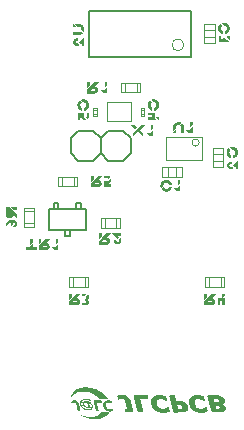
<source format=gbr>
%TF.GenerationSoftware,KiCad,Pcbnew,7.0.1*%
%TF.CreationDate,2023-03-30T17:35:48+09:00*%
%TF.ProjectId,CANFD_module,43414e46-445f-46d6-9f64-756c652e6b69,rev?*%
%TF.SameCoordinates,Original*%
%TF.FileFunction,Legend,Bot*%
%TF.FilePolarity,Positive*%
%FSLAX46Y46*%
G04 Gerber Fmt 4.6, Leading zero omitted, Abs format (unit mm)*
G04 Created by KiCad (PCBNEW 7.0.1) date 2023-03-30 17:35:48*
%MOMM*%
%LPD*%
G01*
G04 APERTURE LIST*
%ADD10C,0.100000*%
%ADD11C,0.036800*%
%ADD12C,0.007360*%
%ADD13C,0.018694*%
%ADD14C,0.050000*%
%ADD15C,0.127000*%
%ADD16C,0.152400*%
G04 APERTURE END LIST*
D10*
G36*
X142073127Y-90658500D02*
G01*
X142554285Y-90658500D01*
X142566373Y-90658207D01*
X142578352Y-90657330D01*
X142590207Y-90655876D01*
X142601920Y-90653852D01*
X142613477Y-90651264D01*
X142624859Y-90648119D01*
X142636051Y-90644423D01*
X142647037Y-90640182D01*
X142657799Y-90635403D01*
X142668321Y-90630093D01*
X142678587Y-90624257D01*
X142688581Y-90617903D01*
X142698285Y-90611036D01*
X142707684Y-90603663D01*
X142716761Y-90595791D01*
X142725500Y-90587426D01*
X142732465Y-90580269D01*
X142739079Y-90572833D01*
X142745352Y-90565145D01*
X142751294Y-90557235D01*
X142756913Y-90549132D01*
X142758717Y-90546393D01*
X142771661Y-90526121D01*
X142944097Y-90698556D01*
X142933594Y-90711989D01*
X142925198Y-90722453D01*
X142916503Y-90732679D01*
X142907517Y-90742663D01*
X142898252Y-90752396D01*
X142888716Y-90761872D01*
X142878919Y-90771083D01*
X142868871Y-90780022D01*
X142858581Y-90788682D01*
X142848060Y-90797055D01*
X142837317Y-90805136D01*
X142826360Y-90812915D01*
X142815202Y-90820387D01*
X142803849Y-90827545D01*
X142792314Y-90834380D01*
X142780604Y-90840886D01*
X142768731Y-90847056D01*
X142756120Y-90853095D01*
X142743387Y-90858755D01*
X142730536Y-90864034D01*
X142717569Y-90868931D01*
X142704491Y-90873444D01*
X142691305Y-90877573D01*
X142678014Y-90881315D01*
X142664622Y-90884669D01*
X142651133Y-90887634D01*
X142637550Y-90890208D01*
X142623877Y-90892391D01*
X142610118Y-90894179D01*
X142596275Y-90895573D01*
X142582353Y-90896570D01*
X142568355Y-90897170D01*
X142554285Y-90897370D01*
X142073127Y-90897370D01*
X142073127Y-90658500D01*
G37*
G36*
X142796086Y-90432331D02*
G01*
X142796484Y-90422321D01*
X142796574Y-90416211D01*
X142796281Y-90404124D01*
X142795404Y-90392144D01*
X142793950Y-90380289D01*
X142791926Y-90368573D01*
X142789338Y-90357013D01*
X142786193Y-90345625D01*
X142782497Y-90334425D01*
X142778256Y-90323430D01*
X142773477Y-90312655D01*
X142768167Y-90302116D01*
X142762331Y-90291830D01*
X142755976Y-90281813D01*
X142749110Y-90272080D01*
X142741737Y-90262649D01*
X142733865Y-90253534D01*
X142725500Y-90244753D01*
X142716761Y-90236431D01*
X142707684Y-90228596D01*
X142698285Y-90221256D01*
X142688581Y-90214417D01*
X142678587Y-90208086D01*
X142668321Y-90202270D01*
X142657799Y-90196976D01*
X142647037Y-90192210D01*
X142636051Y-90187979D01*
X142624859Y-90184291D01*
X142613477Y-90181151D01*
X142601920Y-90178567D01*
X142590207Y-90176545D01*
X142578352Y-90175093D01*
X142566373Y-90174216D01*
X142554285Y-90173922D01*
X142528151Y-90173922D01*
X142289282Y-89935053D01*
X142554285Y-89935053D01*
X142569092Y-89935280D01*
X142583832Y-89935960D01*
X142598495Y-89937087D01*
X142613072Y-89938656D01*
X142627556Y-89940664D01*
X142641937Y-89943105D01*
X142656206Y-89945974D01*
X142670354Y-89949269D01*
X142684373Y-89952983D01*
X142698253Y-89957111D01*
X142711986Y-89961651D01*
X142725563Y-89966596D01*
X142738976Y-89971943D01*
X142752214Y-89977686D01*
X142765270Y-89983821D01*
X142778134Y-89990343D01*
X142790798Y-89997249D01*
X142803252Y-90004532D01*
X142815489Y-90012190D01*
X142827499Y-90020216D01*
X142839273Y-90028607D01*
X142850802Y-90037357D01*
X142862078Y-90046463D01*
X142873091Y-90055919D01*
X142883833Y-90065721D01*
X142894295Y-90075865D01*
X142904469Y-90086345D01*
X142914344Y-90097157D01*
X142923913Y-90108297D01*
X142933166Y-90119760D01*
X142942096Y-90131541D01*
X142950691Y-90143636D01*
X142960777Y-90158864D01*
X142970241Y-90174402D01*
X142979078Y-90190237D01*
X142987286Y-90206353D01*
X142994859Y-90222736D01*
X143001795Y-90239369D01*
X143008089Y-90256239D01*
X143013737Y-90273329D01*
X143018735Y-90290626D01*
X143023079Y-90308114D01*
X143026766Y-90325778D01*
X143029792Y-90343603D01*
X143032152Y-90361573D01*
X143033842Y-90379675D01*
X143034860Y-90397893D01*
X143035200Y-90416211D01*
X143035048Y-90428464D01*
X143034594Y-90440673D01*
X143033837Y-90452836D01*
X143032780Y-90464949D01*
X143031422Y-90477009D01*
X143029764Y-90489013D01*
X143027807Y-90500958D01*
X143025552Y-90512840D01*
X143022999Y-90524656D01*
X143020149Y-90536403D01*
X143017003Y-90548078D01*
X143013561Y-90559677D01*
X143009825Y-90571198D01*
X143005794Y-90582637D01*
X143001470Y-90593990D01*
X142996853Y-90605255D01*
X142985618Y-90631389D01*
X142795353Y-90441124D01*
X142796086Y-90432331D01*
G37*
G36*
X142073127Y-90173922D02*
G01*
X142073127Y-89935053D01*
X142180594Y-89935053D01*
X142419463Y-90173922D01*
X142073127Y-90173922D01*
G37*
G36*
X142490782Y-91188019D02*
G01*
X142490782Y-91403441D01*
X142480280Y-91396358D01*
X142478082Y-91394648D01*
X142468568Y-91388819D01*
X142458615Y-91383937D01*
X142448283Y-91380019D01*
X142437636Y-91377081D01*
X142426734Y-91375141D01*
X142415638Y-91374215D01*
X142411159Y-91374132D01*
X142399226Y-91374718D01*
X142387643Y-91376441D01*
X142376460Y-91379245D01*
X142365730Y-91383077D01*
X142355503Y-91387882D01*
X142345832Y-91393606D01*
X142336767Y-91400195D01*
X142328361Y-91407593D01*
X142320426Y-91416055D01*
X142313336Y-91425278D01*
X142307156Y-91435199D01*
X142301952Y-91445756D01*
X142297790Y-91456885D01*
X142294735Y-91468524D01*
X142292854Y-91480609D01*
X142292213Y-91493078D01*
X142292827Y-91505201D01*
X142294629Y-91516982D01*
X142297560Y-91528362D01*
X142301559Y-91539278D01*
X142306567Y-91549671D01*
X142312525Y-91559479D01*
X142319371Y-91568641D01*
X142327048Y-91577098D01*
X142335494Y-91584787D01*
X142344651Y-91591648D01*
X142354458Y-91597621D01*
X142364856Y-91602644D01*
X142375785Y-91606657D01*
X142387185Y-91609598D01*
X142398996Y-91611408D01*
X142411159Y-91612024D01*
X142421465Y-91611570D01*
X142431645Y-91610219D01*
X142441642Y-91607993D01*
X142451398Y-91604911D01*
X142460857Y-91600993D01*
X142469960Y-91596259D01*
X142478652Y-91590730D01*
X142486874Y-91584425D01*
X142496156Y-91575388D01*
X142635130Y-91714362D01*
X142628099Y-91721414D01*
X142620747Y-91728144D01*
X142619742Y-91729017D01*
X142608746Y-91738318D01*
X142597386Y-91747073D01*
X142585682Y-91755275D01*
X142573653Y-91762917D01*
X142561319Y-91769990D01*
X142548701Y-91776488D01*
X142535816Y-91782403D01*
X142522686Y-91787727D01*
X142509330Y-91792452D01*
X142495768Y-91796572D01*
X142482018Y-91800079D01*
X142468102Y-91802965D01*
X142454038Y-91805223D01*
X142439847Y-91806845D01*
X142425547Y-91807823D01*
X142411159Y-91808151D01*
X142400401Y-91807971D01*
X142389699Y-91807432D01*
X142379058Y-91806534D01*
X142368483Y-91805279D01*
X142357979Y-91803669D01*
X142347551Y-91801703D01*
X142337203Y-91799385D01*
X142326941Y-91796714D01*
X142316769Y-91793692D01*
X142306692Y-91790321D01*
X142300029Y-91787879D01*
X142289002Y-91783513D01*
X142278184Y-91778752D01*
X142267582Y-91773603D01*
X142257206Y-91768073D01*
X142247063Y-91762168D01*
X142237161Y-91755894D01*
X142227509Y-91749258D01*
X142218116Y-91742267D01*
X142208988Y-91734926D01*
X142200135Y-91727243D01*
X142191564Y-91719223D01*
X142183284Y-91710874D01*
X142175304Y-91702201D01*
X142167630Y-91693211D01*
X142160273Y-91683911D01*
X142153239Y-91674306D01*
X142146438Y-91664213D01*
X142140054Y-91653907D01*
X142134088Y-91643398D01*
X142128543Y-91632697D01*
X142123424Y-91621815D01*
X142118733Y-91610761D01*
X142114474Y-91599546D01*
X142110649Y-91588180D01*
X142107262Y-91576674D01*
X142104316Y-91565039D01*
X142101815Y-91553283D01*
X142099761Y-91541419D01*
X142098158Y-91529456D01*
X142097009Y-91517405D01*
X142096317Y-91505275D01*
X142096086Y-91493078D01*
X142096503Y-91476738D01*
X142097741Y-91460613D01*
X142099779Y-91444724D01*
X142102596Y-91429090D01*
X142106172Y-91413733D01*
X142110486Y-91398672D01*
X142115516Y-91383928D01*
X142121243Y-91369522D01*
X142127645Y-91355473D01*
X142134702Y-91341803D01*
X142142393Y-91328531D01*
X142150697Y-91315678D01*
X142159594Y-91303264D01*
X142169062Y-91291310D01*
X142179081Y-91279836D01*
X142189631Y-91268863D01*
X142197658Y-91261237D01*
X142205937Y-91253891D01*
X142214462Y-91246831D01*
X142223226Y-91240068D01*
X142232224Y-91233609D01*
X142241449Y-91227462D01*
X142250895Y-91221637D01*
X142260557Y-91216141D01*
X142270428Y-91210983D01*
X142280502Y-91206172D01*
X142287328Y-91203162D01*
X142298083Y-91198754D01*
X142309046Y-91194741D01*
X142320207Y-91191131D01*
X142331554Y-91187933D01*
X142343076Y-91185156D01*
X142354763Y-91182807D01*
X142366603Y-91180895D01*
X142378587Y-91179428D01*
X142390703Y-91178416D01*
X142402939Y-91177866D01*
X142411159Y-91177761D01*
X142422736Y-91177975D01*
X142434320Y-91178619D01*
X142445884Y-91179693D01*
X142457401Y-91181195D01*
X142468841Y-91183127D01*
X142480177Y-91185489D01*
X142484676Y-91186553D01*
X142490782Y-91188019D01*
G37*
G36*
X142839072Y-91509687D02*
G01*
X142716463Y-91632296D01*
X142577733Y-91493567D01*
X143035200Y-91036100D01*
X143035200Y-91782506D01*
X142839072Y-91782506D01*
X142839072Y-91509687D01*
G37*
G36*
X151262900Y-99226872D02*
G01*
X151262900Y-98745714D01*
X151262607Y-98733626D01*
X151261730Y-98721647D01*
X151260276Y-98709792D01*
X151258252Y-98698079D01*
X151255664Y-98686522D01*
X151252519Y-98675140D01*
X151248823Y-98663948D01*
X151244582Y-98652962D01*
X151239803Y-98642200D01*
X151234493Y-98631678D01*
X151228657Y-98621412D01*
X151222303Y-98611418D01*
X151215436Y-98601714D01*
X151208063Y-98592315D01*
X151200191Y-98583238D01*
X151191826Y-98574499D01*
X151184669Y-98567534D01*
X151177233Y-98560920D01*
X151169545Y-98554647D01*
X151161635Y-98548705D01*
X151153532Y-98543086D01*
X151150793Y-98541282D01*
X151130521Y-98528338D01*
X151302956Y-98355902D01*
X151316389Y-98366405D01*
X151326853Y-98374801D01*
X151337079Y-98383496D01*
X151347063Y-98392482D01*
X151356796Y-98401747D01*
X151366272Y-98411283D01*
X151375483Y-98421080D01*
X151384422Y-98431128D01*
X151393082Y-98441418D01*
X151401455Y-98451939D01*
X151409536Y-98462682D01*
X151417315Y-98473639D01*
X151424787Y-98484797D01*
X151431945Y-98496150D01*
X151438780Y-98507685D01*
X151445286Y-98519395D01*
X151451456Y-98531268D01*
X151457495Y-98543879D01*
X151463155Y-98556612D01*
X151468434Y-98569463D01*
X151473331Y-98582430D01*
X151477844Y-98595508D01*
X151481973Y-98608694D01*
X151485715Y-98621985D01*
X151489069Y-98635377D01*
X151492034Y-98648866D01*
X151494608Y-98662449D01*
X151496791Y-98676122D01*
X151498579Y-98689881D01*
X151499973Y-98703724D01*
X151500970Y-98717646D01*
X151501570Y-98731644D01*
X151501770Y-98745714D01*
X151501770Y-99226872D01*
X151262900Y-99226872D01*
G37*
G36*
X151036731Y-98503913D02*
G01*
X151026721Y-98503515D01*
X151020611Y-98503425D01*
X151008524Y-98503718D01*
X150996544Y-98504595D01*
X150984689Y-98506049D01*
X150972973Y-98508073D01*
X150961413Y-98510661D01*
X150950025Y-98513806D01*
X150938825Y-98517502D01*
X150927830Y-98521743D01*
X150917055Y-98526522D01*
X150906516Y-98531832D01*
X150896230Y-98537668D01*
X150886213Y-98544023D01*
X150876480Y-98550889D01*
X150867049Y-98558262D01*
X150857934Y-98566134D01*
X150849153Y-98574499D01*
X150840831Y-98583238D01*
X150832996Y-98592315D01*
X150825656Y-98601714D01*
X150818817Y-98611418D01*
X150812486Y-98621412D01*
X150806670Y-98631678D01*
X150801376Y-98642200D01*
X150796610Y-98652962D01*
X150792379Y-98663948D01*
X150788691Y-98675140D01*
X150785551Y-98686522D01*
X150782967Y-98698079D01*
X150780945Y-98709792D01*
X150779493Y-98721647D01*
X150778616Y-98733626D01*
X150778322Y-98745714D01*
X150778322Y-98771848D01*
X150539453Y-99010717D01*
X150539453Y-98745714D01*
X150539680Y-98730907D01*
X150540360Y-98716167D01*
X150541487Y-98701504D01*
X150543056Y-98686927D01*
X150545064Y-98672443D01*
X150547505Y-98658062D01*
X150550374Y-98643793D01*
X150553669Y-98629645D01*
X150557383Y-98615626D01*
X150561511Y-98601746D01*
X150566051Y-98588013D01*
X150570996Y-98574436D01*
X150576343Y-98561023D01*
X150582086Y-98547785D01*
X150588221Y-98534729D01*
X150594743Y-98521865D01*
X150601649Y-98509201D01*
X150608932Y-98496747D01*
X150616590Y-98484510D01*
X150624616Y-98472500D01*
X150633007Y-98460726D01*
X150641757Y-98449197D01*
X150650863Y-98437921D01*
X150660319Y-98426908D01*
X150670121Y-98416166D01*
X150680265Y-98405704D01*
X150690745Y-98395530D01*
X150701557Y-98385655D01*
X150712697Y-98376086D01*
X150724160Y-98366833D01*
X150735941Y-98357903D01*
X150748036Y-98349308D01*
X150763264Y-98339222D01*
X150778802Y-98329758D01*
X150794637Y-98320921D01*
X150810753Y-98312713D01*
X150827136Y-98305140D01*
X150843769Y-98298204D01*
X150860639Y-98291910D01*
X150877729Y-98286262D01*
X150895026Y-98281264D01*
X150912514Y-98276920D01*
X150930178Y-98273233D01*
X150948003Y-98270207D01*
X150965973Y-98267847D01*
X150984075Y-98266157D01*
X151002293Y-98265139D01*
X151020611Y-98264800D01*
X151032864Y-98264951D01*
X151045073Y-98265405D01*
X151057236Y-98266162D01*
X151069349Y-98267219D01*
X151081409Y-98268577D01*
X151093413Y-98270235D01*
X151105358Y-98272192D01*
X151117240Y-98274447D01*
X151129056Y-98277000D01*
X151140803Y-98279850D01*
X151152478Y-98282996D01*
X151164077Y-98286438D01*
X151175598Y-98290174D01*
X151187037Y-98294205D01*
X151198390Y-98298529D01*
X151209655Y-98303146D01*
X151235789Y-98314381D01*
X151045524Y-98504646D01*
X151036731Y-98503913D01*
G37*
G36*
X150778322Y-99226872D02*
G01*
X150539453Y-99226872D01*
X150539453Y-99119405D01*
X150778322Y-98880536D01*
X150778322Y-99226872D01*
G37*
G36*
X151993919Y-98264800D02*
G01*
X152197862Y-98264800D01*
X152197862Y-98501227D01*
X151993919Y-98705169D01*
X151993919Y-98264800D01*
G37*
G36*
X151909900Y-99207577D02*
G01*
X151640500Y-98938177D01*
X151928951Y-98938177D01*
X151993919Y-99003146D01*
X151993919Y-98871987D01*
X152197862Y-98668044D01*
X152197862Y-99207577D01*
X151909900Y-99207577D01*
G37*
G36*
X148778745Y-96606963D02*
G01*
X148769873Y-96611622D01*
X148761212Y-96616625D01*
X148752770Y-96621972D01*
X148744551Y-96627662D01*
X148736560Y-96633696D01*
X148728804Y-96640073D01*
X148721289Y-96646793D01*
X148714020Y-96653857D01*
X148705389Y-96662876D01*
X148697268Y-96672244D01*
X148689663Y-96681944D01*
X148682582Y-96691959D01*
X148676030Y-96702272D01*
X148670014Y-96712865D01*
X148664540Y-96723721D01*
X148659615Y-96734824D01*
X148655246Y-96746155D01*
X148651438Y-96757699D01*
X148648198Y-96769436D01*
X148645533Y-96781352D01*
X148643449Y-96793428D01*
X148641952Y-96805646D01*
X148641050Y-96817991D01*
X148640747Y-96830445D01*
X148641050Y-96842941D01*
X148641952Y-96855324D01*
X148643449Y-96867575D01*
X148645533Y-96879679D01*
X148648198Y-96891618D01*
X148651438Y-96903376D01*
X148655246Y-96914935D01*
X148659615Y-96926280D01*
X148664540Y-96937392D01*
X148670014Y-96948256D01*
X148676030Y-96958855D01*
X148682582Y-96969171D01*
X148689663Y-96979188D01*
X148697268Y-96988889D01*
X148705389Y-96998258D01*
X148714020Y-97007277D01*
X148722984Y-97015827D01*
X148732285Y-97023889D01*
X148741918Y-97031452D01*
X148751878Y-97038509D01*
X148762158Y-97045051D01*
X148772753Y-97051069D01*
X148783657Y-97056554D01*
X148794865Y-97061498D01*
X148806832Y-97066628D01*
X148806832Y-97318686D01*
X148783385Y-97313557D01*
X148773271Y-97311205D01*
X148763219Y-97308640D01*
X148753233Y-97305862D01*
X148743315Y-97302874D01*
X148733468Y-97299679D01*
X148723697Y-97296277D01*
X148714003Y-97292672D01*
X148704392Y-97288866D01*
X148694865Y-97284859D01*
X148685426Y-97280655D01*
X148676078Y-97276256D01*
X148666825Y-97271663D01*
X148657670Y-97266878D01*
X148648616Y-97261905D01*
X148639667Y-97256744D01*
X148630825Y-97251397D01*
X148622094Y-97245868D01*
X148613477Y-97240157D01*
X148604978Y-97234268D01*
X148596599Y-97228201D01*
X148588344Y-97221959D01*
X148580217Y-97215545D01*
X148572220Y-97208959D01*
X148564357Y-97202205D01*
X148556630Y-97195284D01*
X148549044Y-97188199D01*
X148541602Y-97180951D01*
X148534307Y-97173542D01*
X148527161Y-97165975D01*
X148520169Y-97158251D01*
X148513334Y-97150373D01*
X148506658Y-97142343D01*
X148500066Y-97134055D01*
X148493662Y-97125635D01*
X148487449Y-97117087D01*
X148481428Y-97108415D01*
X148475599Y-97099621D01*
X148469964Y-97090711D01*
X148464525Y-97081687D01*
X148459282Y-97072554D01*
X148454238Y-97063316D01*
X148449394Y-97053976D01*
X148444750Y-97044538D01*
X148440309Y-97035005D01*
X148436071Y-97025383D01*
X148432038Y-97015674D01*
X148428211Y-97005882D01*
X148424592Y-96996011D01*
X148421182Y-96986065D01*
X148417982Y-96976048D01*
X148414994Y-96965963D01*
X148412219Y-96955814D01*
X148409658Y-96945606D01*
X148407313Y-96935341D01*
X148405185Y-96925024D01*
X148403275Y-96914659D01*
X148401584Y-96904249D01*
X148400115Y-96893798D01*
X148398868Y-96883309D01*
X148397845Y-96872788D01*
X148397047Y-96862237D01*
X148396475Y-96851660D01*
X148396131Y-96841061D01*
X148396016Y-96830445D01*
X148396248Y-96815294D01*
X148396943Y-96800209D01*
X148398094Y-96785200D01*
X148399698Y-96770275D01*
X148401749Y-96755444D01*
X148404243Y-96740716D01*
X148407175Y-96726100D01*
X148410541Y-96711605D01*
X148414335Y-96697241D01*
X148418553Y-96683015D01*
X148423190Y-96668938D01*
X148428242Y-96655019D01*
X148433703Y-96641267D01*
X148439569Y-96627690D01*
X148445835Y-96614298D01*
X148452497Y-96601101D01*
X148459550Y-96588106D01*
X148466988Y-96575324D01*
X148474808Y-96562764D01*
X148483004Y-96550434D01*
X148491571Y-96538343D01*
X148500506Y-96526502D01*
X148509803Y-96514918D01*
X148519458Y-96503602D01*
X148529465Y-96492562D01*
X148539821Y-96481807D01*
X148550519Y-96471346D01*
X148561556Y-96461190D01*
X148572927Y-96451345D01*
X148584627Y-96441823D01*
X148596652Y-96432632D01*
X148608996Y-96423780D01*
X148622185Y-96414743D01*
X148802436Y-96594995D01*
X148778745Y-96606963D01*
G37*
G36*
X148986351Y-97061498D02*
G01*
X148997569Y-97056554D01*
X149008501Y-97051069D01*
X149019135Y-97045051D01*
X149029460Y-97038509D01*
X149039464Y-97031452D01*
X149049137Y-97023889D01*
X149058466Y-97015827D01*
X149067440Y-97007277D01*
X149074433Y-96999997D01*
X149081121Y-96992458D01*
X149087494Y-96984672D01*
X149093543Y-96976655D01*
X149099260Y-96968420D01*
X149104637Y-96959981D01*
X149109664Y-96951354D01*
X149114334Y-96942552D01*
X149118662Y-96933308D01*
X149122650Y-96923966D01*
X149124348Y-96919593D01*
X149128315Y-96908400D01*
X149131740Y-96897040D01*
X149134616Y-96885522D01*
X149136940Y-96873860D01*
X149138704Y-96862063D01*
X149139903Y-96850143D01*
X149140224Y-96845344D01*
X149140616Y-96835368D01*
X149140577Y-96825357D01*
X149140139Y-96815505D01*
X149139735Y-96810173D01*
X149138620Y-96799178D01*
X149137020Y-96788279D01*
X149134940Y-96777489D01*
X149132389Y-96766823D01*
X149129373Y-96756296D01*
X149125898Y-96745923D01*
X149121972Y-96735718D01*
X149117601Y-96725695D01*
X149112792Y-96715870D01*
X149107552Y-96706257D01*
X149101888Y-96696871D01*
X149095806Y-96687727D01*
X149089314Y-96678838D01*
X149082417Y-96670221D01*
X149075123Y-96661889D01*
X149067440Y-96653857D01*
X149059408Y-96646173D01*
X149051076Y-96638879D01*
X149042458Y-96631982D01*
X149033570Y-96625487D01*
X149024425Y-96619401D01*
X149015039Y-96613732D01*
X149005427Y-96608484D01*
X148995602Y-96603665D01*
X148985579Y-96599281D01*
X148975374Y-96595339D01*
X148965000Y-96591845D01*
X148954473Y-96588805D01*
X148943808Y-96586225D01*
X148933018Y-96584113D01*
X148922118Y-96582475D01*
X148911124Y-96581317D01*
X148904041Y-96580829D01*
X148697412Y-96374199D01*
X148725988Y-96363941D01*
X148735911Y-96360566D01*
X148745894Y-96357405D01*
X148755936Y-96354456D01*
X148766032Y-96351721D01*
X148776182Y-96349201D01*
X148786382Y-96346896D01*
X148796630Y-96344808D01*
X148806924Y-96342936D01*
X148817261Y-96341282D01*
X148827637Y-96339846D01*
X148838052Y-96338629D01*
X148848503Y-96337631D01*
X148858986Y-96336854D01*
X148869499Y-96336299D01*
X148880041Y-96335964D01*
X148890608Y-96335853D01*
X148902972Y-96336004D01*
X148915286Y-96336454D01*
X148927546Y-96337204D01*
X148939747Y-96338250D01*
X148951885Y-96339590D01*
X148963957Y-96341224D01*
X148975957Y-96343149D01*
X148987881Y-96345363D01*
X148999726Y-96347865D01*
X149011487Y-96350653D01*
X149023159Y-96353725D01*
X149034739Y-96357079D01*
X149046222Y-96360714D01*
X149057604Y-96364627D01*
X149068881Y-96368818D01*
X149080049Y-96373283D01*
X149091102Y-96378022D01*
X149102038Y-96383032D01*
X149112851Y-96388313D01*
X149123538Y-96393861D01*
X149134094Y-96399675D01*
X149144515Y-96405754D01*
X149154796Y-96412095D01*
X149164934Y-96418697D01*
X149174925Y-96425558D01*
X149184763Y-96432677D01*
X149194445Y-96440050D01*
X149203967Y-96447678D01*
X149213324Y-96455557D01*
X149222512Y-96463687D01*
X149231526Y-96472065D01*
X149240363Y-96480689D01*
X149249009Y-96489548D01*
X149257406Y-96498581D01*
X149265551Y-96507785D01*
X149273445Y-96517156D01*
X149281083Y-96526689D01*
X149288467Y-96536380D01*
X149295592Y-96546225D01*
X149302458Y-96556221D01*
X149309064Y-96566363D01*
X149315407Y-96576646D01*
X149321486Y-96587067D01*
X149327299Y-96597622D01*
X149332845Y-96608306D01*
X149338122Y-96619116D01*
X149343127Y-96630047D01*
X149347861Y-96641095D01*
X149352320Y-96652257D01*
X149356504Y-96663527D01*
X149360410Y-96674902D01*
X149364038Y-96686378D01*
X149367384Y-96697950D01*
X149370449Y-96709615D01*
X149373229Y-96721368D01*
X149375724Y-96733206D01*
X149377931Y-96745123D01*
X149379849Y-96757117D01*
X149381477Y-96769182D01*
X149382813Y-96781316D01*
X149383855Y-96793513D01*
X149384601Y-96805769D01*
X149385050Y-96818081D01*
X149385200Y-96830445D01*
X149385048Y-96842967D01*
X149384593Y-96855435D01*
X149383834Y-96867847D01*
X149382772Y-96880202D01*
X149381407Y-96892496D01*
X149379738Y-96904728D01*
X149377766Y-96916896D01*
X149375491Y-96928997D01*
X149372912Y-96941029D01*
X149370030Y-96952991D01*
X149366844Y-96964879D01*
X149363355Y-96976693D01*
X149359563Y-96988429D01*
X149355467Y-97000086D01*
X149351068Y-97011661D01*
X149346365Y-97023152D01*
X149342127Y-97032833D01*
X149337658Y-97042480D01*
X149332957Y-97052063D01*
X149330245Y-97057346D01*
X149323938Y-97069174D01*
X149317296Y-97080838D01*
X149310326Y-97092329D01*
X149303038Y-97103638D01*
X149295440Y-97114755D01*
X149287539Y-97125670D01*
X149279344Y-97136376D01*
X149270863Y-97146861D01*
X149262105Y-97157118D01*
X149253077Y-97167136D01*
X149243788Y-97176907D01*
X149234246Y-97186421D01*
X149224459Y-97195669D01*
X149214436Y-97204641D01*
X149204185Y-97213328D01*
X149193713Y-97221722D01*
X149182833Y-97229907D01*
X149171722Y-97237789D01*
X149160392Y-97245364D01*
X149148853Y-97252626D01*
X149137114Y-97259570D01*
X149125187Y-97266192D01*
X149113082Y-97272486D01*
X149100809Y-97278447D01*
X149088379Y-97284071D01*
X149075802Y-97289351D01*
X149063087Y-97294284D01*
X149050247Y-97298864D01*
X149037291Y-97303087D01*
X149024229Y-97306946D01*
X149011072Y-97310438D01*
X148997830Y-97313557D01*
X148974627Y-97318686D01*
X148974627Y-97066628D01*
X148986351Y-97061498D01*
G37*
G36*
X148446818Y-97853334D02*
G01*
X148809519Y-97853334D01*
X148809519Y-97661359D01*
X148446818Y-97661359D01*
X148446818Y-97458393D01*
X149012485Y-97458393D01*
X149012485Y-97957381D01*
X149111403Y-98056300D01*
X148446818Y-98056300D01*
X148446818Y-97853334D01*
G37*
G36*
X149385200Y-97853334D02*
G01*
X149385200Y-98056300D01*
X149277244Y-98056300D01*
X149074278Y-97853334D01*
X149385200Y-97853334D01*
G37*
G36*
X142835145Y-96606963D02*
G01*
X142826273Y-96611622D01*
X142817612Y-96616625D01*
X142809170Y-96621972D01*
X142800951Y-96627662D01*
X142792960Y-96633696D01*
X142785204Y-96640073D01*
X142777689Y-96646793D01*
X142770420Y-96653857D01*
X142761789Y-96662876D01*
X142753668Y-96672244D01*
X142746063Y-96681944D01*
X142738982Y-96691959D01*
X142732430Y-96702272D01*
X142726414Y-96712865D01*
X142720940Y-96723721D01*
X142716015Y-96734824D01*
X142711646Y-96746155D01*
X142707838Y-96757699D01*
X142704598Y-96769436D01*
X142701933Y-96781352D01*
X142699849Y-96793428D01*
X142698352Y-96805646D01*
X142697450Y-96817991D01*
X142697147Y-96830445D01*
X142697450Y-96842941D01*
X142698352Y-96855324D01*
X142699849Y-96867575D01*
X142701933Y-96879679D01*
X142704598Y-96891618D01*
X142707838Y-96903376D01*
X142711646Y-96914935D01*
X142716015Y-96926280D01*
X142720940Y-96937392D01*
X142726414Y-96948256D01*
X142732430Y-96958855D01*
X142738982Y-96969171D01*
X142746063Y-96979188D01*
X142753668Y-96988889D01*
X142761789Y-96998258D01*
X142770420Y-97007277D01*
X142779384Y-97015827D01*
X142788685Y-97023889D01*
X142798318Y-97031452D01*
X142808278Y-97038509D01*
X142818558Y-97045051D01*
X142829153Y-97051069D01*
X142840057Y-97056554D01*
X142851265Y-97061498D01*
X142863232Y-97066628D01*
X142863232Y-97318686D01*
X142839785Y-97313557D01*
X142829671Y-97311205D01*
X142819619Y-97308640D01*
X142809633Y-97305862D01*
X142799715Y-97302874D01*
X142789868Y-97299679D01*
X142780097Y-97296277D01*
X142770403Y-97292672D01*
X142760792Y-97288866D01*
X142751265Y-97284859D01*
X142741826Y-97280655D01*
X142732478Y-97276256D01*
X142723225Y-97271663D01*
X142714070Y-97266878D01*
X142705016Y-97261905D01*
X142696067Y-97256744D01*
X142687225Y-97251397D01*
X142678494Y-97245868D01*
X142669877Y-97240157D01*
X142661378Y-97234268D01*
X142652999Y-97228201D01*
X142644744Y-97221959D01*
X142636617Y-97215545D01*
X142628620Y-97208959D01*
X142620757Y-97202205D01*
X142613030Y-97195284D01*
X142605444Y-97188199D01*
X142598002Y-97180951D01*
X142590707Y-97173542D01*
X142583561Y-97165975D01*
X142576569Y-97158251D01*
X142569734Y-97150373D01*
X142563058Y-97142343D01*
X142556466Y-97134055D01*
X142550062Y-97125635D01*
X142543849Y-97117087D01*
X142537828Y-97108415D01*
X142531999Y-97099621D01*
X142526364Y-97090711D01*
X142520925Y-97081687D01*
X142515682Y-97072554D01*
X142510638Y-97063316D01*
X142505794Y-97053976D01*
X142501150Y-97044538D01*
X142496709Y-97035005D01*
X142492471Y-97025383D01*
X142488438Y-97015674D01*
X142484611Y-97005882D01*
X142480992Y-96996011D01*
X142477582Y-96986065D01*
X142474382Y-96976048D01*
X142471394Y-96965963D01*
X142468619Y-96955814D01*
X142466058Y-96945606D01*
X142463713Y-96935341D01*
X142461585Y-96925024D01*
X142459675Y-96914659D01*
X142457984Y-96904249D01*
X142456515Y-96893798D01*
X142455268Y-96883309D01*
X142454245Y-96872788D01*
X142453447Y-96862237D01*
X142452875Y-96851660D01*
X142452531Y-96841061D01*
X142452416Y-96830445D01*
X142452648Y-96815294D01*
X142453343Y-96800209D01*
X142454494Y-96785200D01*
X142456098Y-96770275D01*
X142458149Y-96755444D01*
X142460643Y-96740716D01*
X142463575Y-96726100D01*
X142466941Y-96711605D01*
X142470735Y-96697241D01*
X142474953Y-96683015D01*
X142479590Y-96668938D01*
X142484642Y-96655019D01*
X142490103Y-96641267D01*
X142495969Y-96627690D01*
X142502235Y-96614298D01*
X142508897Y-96601101D01*
X142515950Y-96588106D01*
X142523388Y-96575324D01*
X142531208Y-96562764D01*
X142539404Y-96550434D01*
X142547971Y-96538343D01*
X142556906Y-96526502D01*
X142566203Y-96514918D01*
X142575858Y-96503602D01*
X142585865Y-96492562D01*
X142596221Y-96481807D01*
X142606919Y-96471346D01*
X142617956Y-96461190D01*
X142629327Y-96451345D01*
X142641027Y-96441823D01*
X142653052Y-96432632D01*
X142665396Y-96423780D01*
X142678585Y-96414743D01*
X142858836Y-96594995D01*
X142835145Y-96606963D01*
G37*
G36*
X143042751Y-97061498D02*
G01*
X143053969Y-97056554D01*
X143064901Y-97051069D01*
X143075535Y-97045051D01*
X143085860Y-97038509D01*
X143095864Y-97031452D01*
X143105537Y-97023889D01*
X143114866Y-97015827D01*
X143123840Y-97007277D01*
X143130833Y-96999997D01*
X143137521Y-96992458D01*
X143143894Y-96984672D01*
X143149943Y-96976655D01*
X143155660Y-96968420D01*
X143161037Y-96959981D01*
X143166064Y-96951354D01*
X143170734Y-96942552D01*
X143175062Y-96933308D01*
X143179050Y-96923966D01*
X143180748Y-96919593D01*
X143184715Y-96908400D01*
X143188140Y-96897040D01*
X143191016Y-96885522D01*
X143193340Y-96873860D01*
X143195104Y-96862063D01*
X143196303Y-96850143D01*
X143196624Y-96845344D01*
X143197016Y-96835368D01*
X143196977Y-96825357D01*
X143196539Y-96815505D01*
X143196135Y-96810173D01*
X143195020Y-96799178D01*
X143193420Y-96788279D01*
X143191340Y-96777489D01*
X143188789Y-96766823D01*
X143185773Y-96756296D01*
X143182298Y-96745923D01*
X143178372Y-96735718D01*
X143174001Y-96725695D01*
X143169192Y-96715870D01*
X143163952Y-96706257D01*
X143158288Y-96696871D01*
X143152206Y-96687727D01*
X143145714Y-96678838D01*
X143138817Y-96670221D01*
X143131523Y-96661889D01*
X143123840Y-96653857D01*
X143115808Y-96646173D01*
X143107476Y-96638879D01*
X143098858Y-96631982D01*
X143089970Y-96625487D01*
X143080825Y-96619401D01*
X143071439Y-96613732D01*
X143061827Y-96608484D01*
X143052002Y-96603665D01*
X143041979Y-96599281D01*
X143031774Y-96595339D01*
X143021400Y-96591845D01*
X143010873Y-96588805D01*
X143000208Y-96586225D01*
X142989418Y-96584113D01*
X142978518Y-96582475D01*
X142967524Y-96581317D01*
X142960441Y-96580829D01*
X142753812Y-96374199D01*
X142782388Y-96363941D01*
X142792311Y-96360566D01*
X142802294Y-96357405D01*
X142812336Y-96354456D01*
X142822432Y-96351721D01*
X142832582Y-96349201D01*
X142842782Y-96346896D01*
X142853030Y-96344808D01*
X142863324Y-96342936D01*
X142873661Y-96341282D01*
X142884037Y-96339846D01*
X142894452Y-96338629D01*
X142904903Y-96337631D01*
X142915386Y-96336854D01*
X142925899Y-96336299D01*
X142936441Y-96335964D01*
X142947008Y-96335853D01*
X142959372Y-96336004D01*
X142971686Y-96336454D01*
X142983946Y-96337204D01*
X142996147Y-96338250D01*
X143008285Y-96339590D01*
X143020357Y-96341224D01*
X143032357Y-96343149D01*
X143044281Y-96345363D01*
X143056126Y-96347865D01*
X143067887Y-96350653D01*
X143079559Y-96353725D01*
X143091139Y-96357079D01*
X143102622Y-96360714D01*
X143114004Y-96364627D01*
X143125281Y-96368818D01*
X143136449Y-96373283D01*
X143147502Y-96378022D01*
X143158438Y-96383032D01*
X143169251Y-96388313D01*
X143179938Y-96393861D01*
X143190494Y-96399675D01*
X143200915Y-96405754D01*
X143211196Y-96412095D01*
X143221334Y-96418697D01*
X143231325Y-96425558D01*
X143241163Y-96432677D01*
X143250845Y-96440050D01*
X143260367Y-96447678D01*
X143269724Y-96455557D01*
X143278912Y-96463687D01*
X143287926Y-96472065D01*
X143296763Y-96480689D01*
X143305409Y-96489548D01*
X143313806Y-96498581D01*
X143321951Y-96507785D01*
X143329845Y-96517156D01*
X143337483Y-96526689D01*
X143344867Y-96536380D01*
X143351992Y-96546225D01*
X143358858Y-96556221D01*
X143365464Y-96566363D01*
X143371807Y-96576646D01*
X143377886Y-96587067D01*
X143383699Y-96597622D01*
X143389245Y-96608306D01*
X143394522Y-96619116D01*
X143399527Y-96630047D01*
X143404261Y-96641095D01*
X143408720Y-96652257D01*
X143412904Y-96663527D01*
X143416810Y-96674902D01*
X143420438Y-96686378D01*
X143423784Y-96697950D01*
X143426849Y-96709615D01*
X143429629Y-96721368D01*
X143432124Y-96733206D01*
X143434331Y-96745123D01*
X143436249Y-96757117D01*
X143437877Y-96769182D01*
X143439213Y-96781316D01*
X143440255Y-96793513D01*
X143441001Y-96805769D01*
X143441450Y-96818081D01*
X143441600Y-96830445D01*
X143441448Y-96842967D01*
X143440993Y-96855435D01*
X143440234Y-96867847D01*
X143439172Y-96880202D01*
X143437807Y-96892496D01*
X143436138Y-96904728D01*
X143434166Y-96916896D01*
X143431891Y-96928997D01*
X143429312Y-96941029D01*
X143426430Y-96952991D01*
X143423244Y-96964879D01*
X143419755Y-96976693D01*
X143415963Y-96988429D01*
X143411867Y-97000086D01*
X143407468Y-97011661D01*
X143402765Y-97023152D01*
X143398527Y-97032833D01*
X143394058Y-97042480D01*
X143389357Y-97052063D01*
X143386645Y-97057346D01*
X143380338Y-97069174D01*
X143373696Y-97080838D01*
X143366726Y-97092329D01*
X143359438Y-97103638D01*
X143351840Y-97114755D01*
X143343939Y-97125670D01*
X143335744Y-97136376D01*
X143327263Y-97146861D01*
X143318505Y-97157118D01*
X143309477Y-97167136D01*
X143300188Y-97176907D01*
X143290646Y-97186421D01*
X143280859Y-97195669D01*
X143270836Y-97204641D01*
X143260585Y-97213328D01*
X143250113Y-97221722D01*
X143239233Y-97229907D01*
X143228122Y-97237789D01*
X143216792Y-97245364D01*
X143205253Y-97252626D01*
X143193514Y-97259570D01*
X143181587Y-97266192D01*
X143169482Y-97272486D01*
X143157209Y-97278447D01*
X143144779Y-97284071D01*
X143132202Y-97289351D01*
X143119487Y-97294284D01*
X143106647Y-97298864D01*
X143093691Y-97303087D01*
X143080629Y-97306946D01*
X143067472Y-97310438D01*
X143054230Y-97313557D01*
X143031027Y-97318686D01*
X143031027Y-97066628D01*
X143042751Y-97061498D01*
G37*
G36*
X143238878Y-97778840D02*
G01*
X143238878Y-97459370D01*
X143441600Y-97459370D01*
X143441600Y-97805218D01*
X143438562Y-97818268D01*
X143435042Y-97831126D01*
X143431052Y-97843782D01*
X143426601Y-97856227D01*
X143421702Y-97868451D01*
X143416363Y-97880446D01*
X143410597Y-97892201D01*
X143404414Y-97903709D01*
X143397824Y-97914959D01*
X143390838Y-97925942D01*
X143383467Y-97936648D01*
X143375723Y-97947070D01*
X143367614Y-97957196D01*
X143359153Y-97967018D01*
X143350350Y-97976527D01*
X143341216Y-97985713D01*
X143197601Y-97842343D01*
X143206087Y-97833899D01*
X143213885Y-97824850D01*
X143220949Y-97815235D01*
X143227234Y-97805093D01*
X143232697Y-97794465D01*
X143237293Y-97783387D01*
X143238878Y-97778840D01*
G37*
G36*
X142987064Y-98069000D02*
G01*
X142975614Y-98065168D01*
X142964351Y-98060957D01*
X142953281Y-98056377D01*
X142942409Y-98051436D01*
X142931741Y-98046143D01*
X142921284Y-98040505D01*
X142911043Y-98034531D01*
X142901025Y-98028231D01*
X142891236Y-98021611D01*
X142881681Y-98014682D01*
X142875445Y-98009893D01*
X142864362Y-98000878D01*
X142853654Y-97991426D01*
X142843336Y-97981552D01*
X142833421Y-97971271D01*
X142823926Y-97960597D01*
X142814864Y-97949544D01*
X142806249Y-97938128D01*
X142798096Y-97926362D01*
X142790420Y-97914262D01*
X142783235Y-97901841D01*
X142778724Y-97893390D01*
X142778724Y-97662092D01*
X142774328Y-97662092D01*
X142710825Y-97662092D01*
X142710825Y-98057521D01*
X142508103Y-98057521D01*
X142508103Y-97459370D01*
X142875445Y-97459370D01*
X142875445Y-97458393D01*
X142987064Y-97458393D01*
X142987064Y-97477688D01*
X142986331Y-97477933D01*
X142986331Y-97837702D01*
X142987064Y-97838435D01*
X142995702Y-97846361D01*
X143004924Y-97853624D01*
X143014695Y-97860176D01*
X143024982Y-97865973D01*
X143035750Y-97870969D01*
X143046964Y-97875117D01*
X143058590Y-97878372D01*
X143070595Y-97880689D01*
X143242786Y-98053124D01*
X143238878Y-98054834D01*
X143226380Y-98060102D01*
X143213625Y-98064907D01*
X143200626Y-98069238D01*
X143187397Y-98073081D01*
X143173950Y-98076425D01*
X143160299Y-98079258D01*
X143146457Y-98081567D01*
X143132438Y-98083342D01*
X143118254Y-98084569D01*
X143103920Y-98085236D01*
X143094286Y-98085364D01*
X143083815Y-98085211D01*
X143073424Y-98084754D01*
X143063115Y-98084001D01*
X143052890Y-98082956D01*
X143042752Y-98081626D01*
X143032704Y-98080018D01*
X143022747Y-98078136D01*
X143012885Y-98075988D01*
X143003119Y-98073579D01*
X142993452Y-98070915D01*
X142987064Y-98069000D01*
G37*
D11*
%TO.C,R5*%
G36*
X144193635Y-103172323D02*
G01*
X144203581Y-103172323D01*
X144206336Y-103172323D01*
X144209755Y-103172323D01*
X144210244Y-103172323D01*
X144224612Y-103172986D01*
X144238851Y-103174326D01*
X144252943Y-103176336D01*
X144266866Y-103179005D01*
X144280602Y-103182326D01*
X144294131Y-103186289D01*
X144307433Y-103190886D01*
X144320489Y-103196106D01*
X144333278Y-103201942D01*
X144345782Y-103208385D01*
X144357980Y-103215425D01*
X144369853Y-103223053D01*
X144381381Y-103231261D01*
X144392544Y-103240040D01*
X144403323Y-103249380D01*
X144413698Y-103259274D01*
X144423551Y-103269603D01*
X144432864Y-103280337D01*
X144441629Y-103291455D01*
X144449838Y-103302940D01*
X144457483Y-103314770D01*
X144464557Y-103326928D01*
X144471051Y-103339393D01*
X144476957Y-103352147D01*
X144482268Y-103365170D01*
X144486976Y-103378442D01*
X144491072Y-103391945D01*
X144494550Y-103405659D01*
X144497401Y-103419565D01*
X144499617Y-103433643D01*
X144501191Y-103447874D01*
X144502114Y-103462239D01*
X144502948Y-103472381D01*
X144503436Y-103482577D01*
X144503579Y-103491793D01*
X144503384Y-103502322D01*
X144502800Y-103512829D01*
X144501834Y-103523291D01*
X144500491Y-103533686D01*
X144498776Y-103543992D01*
X144496697Y-103554186D01*
X144495764Y-103558227D01*
X144492033Y-103572127D01*
X144487584Y-103585784D01*
X144482433Y-103599173D01*
X144476594Y-103612271D01*
X144470084Y-103625054D01*
X144462918Y-103637497D01*
X144455112Y-103649576D01*
X144446682Y-103661267D01*
X144437644Y-103672546D01*
X144428012Y-103683388D01*
X144421270Y-103690362D01*
X144413780Y-103697626D01*
X144406064Y-103704577D01*
X144398128Y-103711213D01*
X144389980Y-103717530D01*
X144381627Y-103723526D01*
X144373077Y-103729195D01*
X144364337Y-103734537D01*
X144355416Y-103739547D01*
X144346319Y-103744222D01*
X144337056Y-103748558D01*
X144327633Y-103752554D01*
X144318058Y-103756205D01*
X144308338Y-103759508D01*
X144298482Y-103762460D01*
X144288496Y-103765058D01*
X144278387Y-103767299D01*
X144268150Y-103769064D01*
X144257797Y-103770502D01*
X144247366Y-103771591D01*
X144236897Y-103772313D01*
X144226427Y-103772649D01*
X144222944Y-103772672D01*
X143579853Y-103772672D01*
X143579853Y-103524277D01*
X143835087Y-103524277D01*
X144251521Y-103524277D01*
X144255068Y-103514946D01*
X144256161Y-103511088D01*
X144257871Y-103501563D01*
X144258115Y-103496922D01*
X144258360Y-103491793D01*
X144257780Y-103481970D01*
X144256041Y-103472328D01*
X144253143Y-103462932D01*
X144251032Y-103457843D01*
X144246202Y-103448972D01*
X144245659Y-103448073D01*
X144243461Y-103445142D01*
X144241018Y-103441479D01*
X144240530Y-103440990D01*
X144238820Y-103439036D01*
X144238576Y-103438792D01*
X144237843Y-103437815D01*
X144234424Y-103434151D01*
X144226715Y-103427419D01*
X144218427Y-103421711D01*
X144209559Y-103417126D01*
X144204382Y-103415101D01*
X144194718Y-103412288D01*
X144192903Y-103411925D01*
X144182827Y-103410499D01*
X144176782Y-103410216D01*
X143949148Y-103410216D01*
X143835087Y-103524277D01*
X143579853Y-103524277D01*
X143579853Y-103421451D01*
X143818234Y-103183314D01*
X143818234Y-103184047D01*
X144187285Y-102816217D01*
X144192903Y-102810600D01*
X144561953Y-102810600D01*
X144193635Y-103172323D01*
G37*
G36*
X143818234Y-103074382D02*
G01*
X143579853Y-103312763D01*
X143579853Y-102810600D01*
X143818234Y-102810600D01*
X143818234Y-103074382D01*
G37*
G36*
X145020886Y-103013321D02*
G01*
X144701416Y-103013321D01*
X144701416Y-102810600D01*
X145047264Y-102810600D01*
X145060314Y-102813637D01*
X145073172Y-102817157D01*
X145085828Y-102821147D01*
X145098273Y-102825598D01*
X145110497Y-102830497D01*
X145122492Y-102835836D01*
X145134247Y-102841602D01*
X145145755Y-102847785D01*
X145157005Y-102854375D01*
X145167988Y-102861361D01*
X145178694Y-102868732D01*
X145189116Y-102876476D01*
X145199242Y-102884585D01*
X145209064Y-102893046D01*
X145218573Y-102901849D01*
X145227759Y-102910983D01*
X145084389Y-103054598D01*
X145075945Y-103046112D01*
X145066896Y-103038314D01*
X145057281Y-103031250D01*
X145047139Y-103024965D01*
X145036511Y-103019502D01*
X145025433Y-103014906D01*
X145020886Y-103013321D01*
G37*
G36*
X145311046Y-103265135D02*
G01*
X145307214Y-103276585D01*
X145303003Y-103287848D01*
X145298423Y-103298918D01*
X145293482Y-103309790D01*
X145288189Y-103320458D01*
X145282551Y-103330915D01*
X145276577Y-103341156D01*
X145270277Y-103351174D01*
X145263657Y-103360963D01*
X145256728Y-103370518D01*
X145251939Y-103376754D01*
X145242924Y-103387837D01*
X145233472Y-103398545D01*
X145223598Y-103408863D01*
X145213317Y-103418778D01*
X145202643Y-103428273D01*
X145191590Y-103437335D01*
X145180174Y-103445950D01*
X145168408Y-103454103D01*
X145156308Y-103461779D01*
X145143887Y-103468964D01*
X145135436Y-103473475D01*
X144904138Y-103473475D01*
X144904138Y-103477871D01*
X144904138Y-103541374D01*
X145299567Y-103541374D01*
X145299567Y-103744096D01*
X144701416Y-103744096D01*
X144701416Y-103376754D01*
X144700439Y-103376754D01*
X144700439Y-103265135D01*
X144719734Y-103265135D01*
X144719979Y-103265868D01*
X145079748Y-103265868D01*
X145080481Y-103265135D01*
X145088407Y-103256497D01*
X145095670Y-103247275D01*
X145102222Y-103237504D01*
X145108019Y-103227217D01*
X145113015Y-103216449D01*
X145117163Y-103205235D01*
X145120419Y-103193609D01*
X145122735Y-103181604D01*
X145295170Y-103009413D01*
X145296880Y-103013321D01*
X145302148Y-103025819D01*
X145306953Y-103038574D01*
X145311284Y-103051573D01*
X145315127Y-103064802D01*
X145318471Y-103078249D01*
X145321304Y-103091900D01*
X145323614Y-103105742D01*
X145325388Y-103119761D01*
X145326615Y-103133945D01*
X145327282Y-103148279D01*
X145327411Y-103157913D01*
X145327257Y-103168384D01*
X145326800Y-103178775D01*
X145326047Y-103189084D01*
X145325002Y-103199309D01*
X145323672Y-103209447D01*
X145322064Y-103219495D01*
X145320182Y-103229452D01*
X145318034Y-103239314D01*
X145315625Y-103249080D01*
X145312961Y-103258747D01*
X145311046Y-103265135D01*
G37*
%TO.C,R6*%
G36*
X136999085Y-105707397D02*
G01*
X136998352Y-105707397D01*
X137366182Y-106076448D01*
X137371800Y-106082066D01*
X137371800Y-106451116D01*
X137010076Y-106082798D01*
X137010076Y-106092744D01*
X137010076Y-106095499D01*
X137010076Y-106098918D01*
X137010076Y-106099407D01*
X137009413Y-106113775D01*
X137008073Y-106128014D01*
X137006063Y-106142106D01*
X137003394Y-106156029D01*
X137000073Y-106169765D01*
X136996110Y-106183294D01*
X136991513Y-106196596D01*
X136986293Y-106209652D01*
X136980457Y-106222441D01*
X136974014Y-106234945D01*
X136966974Y-106247143D01*
X136959346Y-106259016D01*
X136951138Y-106270544D01*
X136942359Y-106281707D01*
X136933019Y-106292486D01*
X136923125Y-106302861D01*
X136912796Y-106312714D01*
X136902062Y-106322027D01*
X136890944Y-106330792D01*
X136879459Y-106339001D01*
X136867629Y-106346646D01*
X136855471Y-106353720D01*
X136843006Y-106360214D01*
X136830252Y-106366120D01*
X136817229Y-106371431D01*
X136803957Y-106376139D01*
X136790454Y-106380235D01*
X136776740Y-106383713D01*
X136762834Y-106386564D01*
X136748756Y-106388780D01*
X136734525Y-106390354D01*
X136720160Y-106391277D01*
X136710018Y-106392111D01*
X136699822Y-106392599D01*
X136690606Y-106392742D01*
X136680077Y-106392547D01*
X136669570Y-106391963D01*
X136659108Y-106390997D01*
X136648713Y-106389654D01*
X136638407Y-106387939D01*
X136628213Y-106385860D01*
X136624172Y-106384927D01*
X136610272Y-106381196D01*
X136596615Y-106376747D01*
X136583226Y-106371596D01*
X136570128Y-106365757D01*
X136557345Y-106359247D01*
X136544902Y-106352081D01*
X136532823Y-106344275D01*
X136521132Y-106335845D01*
X136509853Y-106326807D01*
X136499011Y-106317175D01*
X136492037Y-106310433D01*
X136484773Y-106302943D01*
X136477822Y-106295227D01*
X136471186Y-106287291D01*
X136464869Y-106279143D01*
X136458873Y-106270790D01*
X136453204Y-106262240D01*
X136447862Y-106253500D01*
X136442852Y-106244579D01*
X136438177Y-106235482D01*
X136433841Y-106226219D01*
X136429845Y-106216796D01*
X136426194Y-106207221D01*
X136422891Y-106197501D01*
X136419939Y-106187645D01*
X136417341Y-106177659D01*
X136415100Y-106167550D01*
X136413335Y-106157313D01*
X136411897Y-106146960D01*
X136410808Y-106136529D01*
X136410086Y-106126060D01*
X136409750Y-106115590D01*
X136409727Y-106112107D01*
X136409727Y-105724250D01*
X136658122Y-105724250D01*
X136658122Y-106140684D01*
X136667453Y-106144231D01*
X136671311Y-106145324D01*
X136680836Y-106147034D01*
X136685477Y-106147278D01*
X136690606Y-106147523D01*
X136700429Y-106146943D01*
X136710071Y-106145204D01*
X136719467Y-106142306D01*
X136724556Y-106140195D01*
X136733427Y-106135365D01*
X136734326Y-106134822D01*
X136737257Y-106132624D01*
X136740920Y-106130181D01*
X136741409Y-106129693D01*
X136743363Y-106127983D01*
X136743607Y-106127739D01*
X136744584Y-106127006D01*
X136748248Y-106123587D01*
X136754980Y-106115878D01*
X136760688Y-106107590D01*
X136765273Y-106098722D01*
X136767298Y-106093545D01*
X136770111Y-106083881D01*
X136770474Y-106082066D01*
X136771900Y-106071990D01*
X136772183Y-106065945D01*
X136772183Y-105838311D01*
X136658122Y-105724250D01*
X136409727Y-105724250D01*
X136409727Y-105469016D01*
X136760948Y-105469016D01*
X136999085Y-105707397D01*
G37*
G36*
X137371800Y-105707397D02*
G01*
X137108017Y-105707397D01*
X136869636Y-105469016D01*
X137371800Y-105469016D01*
X137371800Y-105707397D01*
G37*
G36*
X136921904Y-107121807D02*
G01*
X137076754Y-106967202D01*
X137081883Y-106967202D01*
X137095159Y-106966190D01*
X137107820Y-106963255D01*
X137119715Y-106958549D01*
X137130694Y-106952222D01*
X137140606Y-106944425D01*
X137149299Y-106935309D01*
X137156623Y-106925025D01*
X137162426Y-106913724D01*
X137166559Y-106901556D01*
X137168869Y-106888674D01*
X137169322Y-106879763D01*
X137169078Y-106874634D01*
X137167523Y-106862378D01*
X137164315Y-106850698D01*
X137159578Y-106839721D01*
X137153437Y-106829571D01*
X137146016Y-106820374D01*
X137137440Y-106812256D01*
X137127832Y-106805342D01*
X137117318Y-106799758D01*
X137106021Y-106795629D01*
X137094065Y-106793082D01*
X137085791Y-106792324D01*
X137085058Y-106792324D01*
X137078464Y-106792324D01*
X137065605Y-106793754D01*
X137053364Y-106796988D01*
X137041883Y-106801888D01*
X137031302Y-106808312D01*
X137021762Y-106816121D01*
X137013405Y-106825174D01*
X137006373Y-106835332D01*
X137000806Y-106846454D01*
X136996846Y-106858400D01*
X136994634Y-106871031D01*
X136994200Y-106879763D01*
X136994444Y-106883915D01*
X136839350Y-107039009D01*
X136833824Y-107030341D01*
X136828608Y-107021467D01*
X136823708Y-107012397D01*
X136819131Y-107003136D01*
X136814883Y-106993692D01*
X136810971Y-106984072D01*
X136807401Y-106974282D01*
X136804179Y-106964332D01*
X136801312Y-106954226D01*
X136798807Y-106943974D01*
X136796669Y-106933581D01*
X136794906Y-106923055D01*
X136793523Y-106912403D01*
X136792527Y-106901632D01*
X136791925Y-106890750D01*
X136791723Y-106879763D01*
X136791939Y-106868372D01*
X136792585Y-106857101D01*
X136793655Y-106845957D01*
X136795142Y-106834944D01*
X136797042Y-106824069D01*
X136799348Y-106813336D01*
X136802054Y-106802753D01*
X136805156Y-106792324D01*
X136726754Y-106792324D01*
X136432930Y-107086148D01*
X136432930Y-106799651D01*
X136642979Y-106589602D01*
X137075289Y-106589602D01*
X137081883Y-106589602D01*
X137088234Y-106589602D01*
X137098763Y-106590059D01*
X137109188Y-106590877D01*
X137119505Y-106592051D01*
X137129705Y-106593575D01*
X137139784Y-106595444D01*
X137149736Y-106597652D01*
X137159553Y-106600195D01*
X137169231Y-106603066D01*
X137178762Y-106606261D01*
X137188142Y-106609774D01*
X137197363Y-106613599D01*
X137206420Y-106617732D01*
X137215307Y-106622167D01*
X137224018Y-106626898D01*
X137232546Y-106631921D01*
X137240885Y-106637229D01*
X137250035Y-106643453D01*
X137258930Y-106650025D01*
X137267561Y-106656933D01*
X137275919Y-106664166D01*
X137283993Y-106671711D01*
X137291774Y-106679556D01*
X137299253Y-106687690D01*
X137306419Y-106696100D01*
X137313263Y-106704773D01*
X137319775Y-106713699D01*
X137323928Y-106719784D01*
X137329285Y-106728220D01*
X137334362Y-106736854D01*
X137339152Y-106745677D01*
X137343651Y-106754680D01*
X137347851Y-106763855D01*
X137351749Y-106773193D01*
X137355337Y-106782685D01*
X137358610Y-106792324D01*
X137361631Y-106802753D01*
X137364278Y-106813336D01*
X137366540Y-106824069D01*
X137368411Y-106834944D01*
X137369880Y-106845957D01*
X137370941Y-106857101D01*
X137371583Y-106868372D01*
X137371800Y-106879763D01*
X137371423Y-106894692D01*
X137370304Y-106909425D01*
X137368462Y-106923945D01*
X137365914Y-106938232D01*
X137362679Y-106952269D01*
X137358775Y-106966037D01*
X137354219Y-106979518D01*
X137349031Y-106992694D01*
X137343229Y-107005547D01*
X137336830Y-107018058D01*
X137329852Y-107030209D01*
X137322315Y-107041982D01*
X137314235Y-107053358D01*
X137305631Y-107064320D01*
X137296522Y-107074849D01*
X137286925Y-107084927D01*
X137276859Y-107094535D01*
X137266341Y-107103656D01*
X137255391Y-107112270D01*
X137244025Y-107120361D01*
X137232263Y-107127909D01*
X137220122Y-107134897D01*
X137207621Y-107141305D01*
X137194777Y-107147117D01*
X137181609Y-107152313D01*
X137168135Y-107156876D01*
X137154374Y-107160786D01*
X137140342Y-107164027D01*
X137126059Y-107166579D01*
X137111543Y-107168425D01*
X137096812Y-107169546D01*
X137081883Y-107169923D01*
X137070851Y-107169716D01*
X137059922Y-107169098D01*
X137049106Y-107168078D01*
X137038408Y-107166664D01*
X137027836Y-107164864D01*
X137017397Y-107162685D01*
X137007099Y-107160135D01*
X136996948Y-107157223D01*
X136986951Y-107153955D01*
X136977116Y-107150341D01*
X136967450Y-107146387D01*
X136957961Y-107142102D01*
X136948654Y-107137494D01*
X136939537Y-107132570D01*
X136930618Y-107127339D01*
X136921904Y-107121807D01*
G37*
D12*
%TO.C,C1*%
G36*
X149753443Y-103772654D02*
G01*
X149758102Y-103781526D01*
X149763105Y-103790187D01*
X149768452Y-103798629D01*
X149774142Y-103806848D01*
X149780176Y-103814839D01*
X149786553Y-103822595D01*
X149793273Y-103830110D01*
X149800337Y-103837379D01*
X149809356Y-103846010D01*
X149818724Y-103854131D01*
X149828424Y-103861736D01*
X149838439Y-103868817D01*
X149848752Y-103875369D01*
X149859345Y-103881385D01*
X149870201Y-103886859D01*
X149881304Y-103891784D01*
X149892635Y-103896153D01*
X149904179Y-103899961D01*
X149915916Y-103903201D01*
X149927832Y-103905866D01*
X149939908Y-103907950D01*
X149952126Y-103909447D01*
X149964471Y-103910349D01*
X149976925Y-103910652D01*
X149989421Y-103910349D01*
X150001804Y-103909447D01*
X150014055Y-103907950D01*
X150026159Y-103905866D01*
X150038098Y-103903201D01*
X150049856Y-103899961D01*
X150061415Y-103896153D01*
X150072760Y-103891784D01*
X150083872Y-103886859D01*
X150094736Y-103881385D01*
X150105335Y-103875369D01*
X150115651Y-103868817D01*
X150125668Y-103861736D01*
X150135369Y-103854131D01*
X150144738Y-103846010D01*
X150153757Y-103837379D01*
X150162307Y-103828415D01*
X150170369Y-103819114D01*
X150177932Y-103809481D01*
X150184989Y-103799521D01*
X150191531Y-103789241D01*
X150197549Y-103778646D01*
X150203034Y-103767742D01*
X150207978Y-103756534D01*
X150213108Y-103744567D01*
X150465166Y-103744567D01*
X150460037Y-103768014D01*
X150457685Y-103778128D01*
X150455120Y-103788180D01*
X150452342Y-103798166D01*
X150449354Y-103808084D01*
X150446159Y-103817931D01*
X150442757Y-103827702D01*
X150439152Y-103837396D01*
X150435346Y-103847007D01*
X150431339Y-103856534D01*
X150427135Y-103865973D01*
X150422736Y-103875321D01*
X150418143Y-103884574D01*
X150413358Y-103893729D01*
X150408385Y-103902783D01*
X150403224Y-103911732D01*
X150397877Y-103920574D01*
X150392348Y-103929305D01*
X150386637Y-103937922D01*
X150380748Y-103946421D01*
X150374681Y-103954800D01*
X150368439Y-103963055D01*
X150362025Y-103971182D01*
X150355439Y-103979179D01*
X150348685Y-103987042D01*
X150341764Y-103994769D01*
X150334679Y-104002355D01*
X150327431Y-104009797D01*
X150320022Y-104017092D01*
X150312455Y-104024238D01*
X150304731Y-104031230D01*
X150296853Y-104038065D01*
X150288823Y-104044741D01*
X150280535Y-104051333D01*
X150272115Y-104057737D01*
X150263567Y-104063950D01*
X150254895Y-104069971D01*
X150246101Y-104075800D01*
X150237191Y-104081435D01*
X150228167Y-104086874D01*
X150219034Y-104092117D01*
X150209796Y-104097161D01*
X150200456Y-104102005D01*
X150191018Y-104106649D01*
X150181485Y-104111090D01*
X150171863Y-104115328D01*
X150162154Y-104119361D01*
X150152362Y-104123188D01*
X150142491Y-104126807D01*
X150132545Y-104130217D01*
X150122528Y-104133417D01*
X150112443Y-104136405D01*
X150102294Y-104139180D01*
X150092086Y-104141741D01*
X150081821Y-104144086D01*
X150071504Y-104146214D01*
X150061139Y-104148124D01*
X150050729Y-104149815D01*
X150040278Y-104151284D01*
X150029789Y-104152531D01*
X150019268Y-104153554D01*
X150008717Y-104154352D01*
X149998140Y-104154924D01*
X149987541Y-104155268D01*
X149976925Y-104155383D01*
X149961774Y-104155151D01*
X149946689Y-104154456D01*
X149931680Y-104153305D01*
X149916755Y-104151701D01*
X149901924Y-104149650D01*
X149887196Y-104147156D01*
X149872580Y-104144224D01*
X149858085Y-104140858D01*
X149843721Y-104137064D01*
X149829495Y-104132846D01*
X149815418Y-104128209D01*
X149801499Y-104123157D01*
X149787747Y-104117696D01*
X149774170Y-104111830D01*
X149760778Y-104105564D01*
X149747581Y-104098902D01*
X149734586Y-104091849D01*
X149721804Y-104084411D01*
X149709244Y-104076591D01*
X149696914Y-104068395D01*
X149684823Y-104059828D01*
X149672982Y-104050893D01*
X149661398Y-104041596D01*
X149650082Y-104031941D01*
X149639042Y-104021934D01*
X149628287Y-104011578D01*
X149617826Y-104000880D01*
X149607670Y-103989843D01*
X149597825Y-103978472D01*
X149588303Y-103966772D01*
X149579112Y-103954747D01*
X149570260Y-103942403D01*
X149561223Y-103929214D01*
X149741475Y-103748963D01*
X149753443Y-103772654D01*
G37*
G36*
X150207978Y-103565048D02*
G01*
X150203034Y-103553830D01*
X150197549Y-103542898D01*
X150191531Y-103532264D01*
X150184989Y-103521939D01*
X150177932Y-103511935D01*
X150170369Y-103502262D01*
X150162307Y-103492933D01*
X150153757Y-103483959D01*
X150146477Y-103476966D01*
X150138938Y-103470278D01*
X150131152Y-103463905D01*
X150123135Y-103457856D01*
X150114900Y-103452139D01*
X150106461Y-103446762D01*
X150097834Y-103441735D01*
X150089032Y-103437065D01*
X150079788Y-103432737D01*
X150070446Y-103428749D01*
X150066073Y-103427051D01*
X150054880Y-103423084D01*
X150043520Y-103419659D01*
X150032002Y-103416783D01*
X150020340Y-103414459D01*
X150008543Y-103412695D01*
X149996623Y-103411496D01*
X149991824Y-103411175D01*
X149981848Y-103410783D01*
X149971837Y-103410822D01*
X149961985Y-103411260D01*
X149956653Y-103411664D01*
X149945658Y-103412779D01*
X149934759Y-103414379D01*
X149923969Y-103416459D01*
X149913303Y-103419010D01*
X149902776Y-103422026D01*
X149892403Y-103425501D01*
X149882198Y-103429427D01*
X149872175Y-103433798D01*
X149862350Y-103438607D01*
X149852737Y-103443847D01*
X149843351Y-103449511D01*
X149834207Y-103455593D01*
X149825318Y-103462085D01*
X149816701Y-103468982D01*
X149808369Y-103476276D01*
X149800337Y-103483959D01*
X149792653Y-103491991D01*
X149785359Y-103500323D01*
X149778462Y-103508941D01*
X149771967Y-103517829D01*
X149765881Y-103526974D01*
X149760212Y-103536360D01*
X149754964Y-103545972D01*
X149750145Y-103555797D01*
X149745761Y-103565820D01*
X149741819Y-103576025D01*
X149738325Y-103586399D01*
X149735285Y-103596926D01*
X149732705Y-103607591D01*
X149730593Y-103618381D01*
X149728955Y-103629281D01*
X149727797Y-103640275D01*
X149727309Y-103647358D01*
X149520679Y-103853987D01*
X149510421Y-103825411D01*
X149507046Y-103815488D01*
X149503885Y-103805505D01*
X149500936Y-103795463D01*
X149498201Y-103785367D01*
X149495681Y-103775217D01*
X149493376Y-103765017D01*
X149491288Y-103754769D01*
X149489416Y-103744475D01*
X149487762Y-103734138D01*
X149486326Y-103723762D01*
X149485109Y-103713347D01*
X149484111Y-103702896D01*
X149483334Y-103692413D01*
X149482779Y-103681900D01*
X149482444Y-103671358D01*
X149482333Y-103660791D01*
X149482484Y-103648427D01*
X149482934Y-103636113D01*
X149483684Y-103623853D01*
X149484730Y-103611652D01*
X149486070Y-103599514D01*
X149487704Y-103587442D01*
X149489629Y-103575442D01*
X149491843Y-103563518D01*
X149494345Y-103551673D01*
X149497133Y-103539912D01*
X149500205Y-103528240D01*
X149503559Y-103516660D01*
X149507194Y-103505177D01*
X149511107Y-103493795D01*
X149515298Y-103482518D01*
X149519763Y-103471350D01*
X149524502Y-103460297D01*
X149529512Y-103449361D01*
X149534793Y-103438548D01*
X149540341Y-103427861D01*
X149546155Y-103417305D01*
X149552234Y-103406884D01*
X149558575Y-103396603D01*
X149565177Y-103386465D01*
X149572038Y-103376474D01*
X149579157Y-103366636D01*
X149586530Y-103356954D01*
X149594158Y-103347432D01*
X149602037Y-103338075D01*
X149610167Y-103328887D01*
X149618545Y-103319873D01*
X149627169Y-103311036D01*
X149636028Y-103302390D01*
X149645061Y-103293993D01*
X149654265Y-103285848D01*
X149663636Y-103277954D01*
X149673169Y-103270316D01*
X149682860Y-103262932D01*
X149692705Y-103255807D01*
X149702701Y-103248941D01*
X149712843Y-103242335D01*
X149723126Y-103235992D01*
X149733547Y-103229913D01*
X149744102Y-103224100D01*
X149754786Y-103218554D01*
X149765596Y-103213277D01*
X149776527Y-103208272D01*
X149787575Y-103203538D01*
X149798737Y-103199079D01*
X149810007Y-103194895D01*
X149821382Y-103190989D01*
X149832858Y-103187361D01*
X149844430Y-103184015D01*
X149856095Y-103180950D01*
X149867848Y-103178170D01*
X149879686Y-103175675D01*
X149891603Y-103173468D01*
X149903597Y-103171550D01*
X149915662Y-103169922D01*
X149927796Y-103168586D01*
X149939993Y-103167544D01*
X149952249Y-103166798D01*
X149964561Y-103166349D01*
X149976925Y-103166200D01*
X149989447Y-103166351D01*
X150001915Y-103166806D01*
X150014327Y-103167565D01*
X150026682Y-103168627D01*
X150038976Y-103169992D01*
X150051208Y-103171661D01*
X150063376Y-103173633D01*
X150075477Y-103175908D01*
X150087509Y-103178487D01*
X150099471Y-103181369D01*
X150111359Y-103184555D01*
X150123173Y-103188044D01*
X150134909Y-103191836D01*
X150146566Y-103195932D01*
X150158141Y-103200331D01*
X150169632Y-103205034D01*
X150179313Y-103209272D01*
X150188960Y-103213741D01*
X150198543Y-103218442D01*
X150203826Y-103221154D01*
X150215654Y-103227461D01*
X150227318Y-103234103D01*
X150238809Y-103241073D01*
X150250118Y-103248361D01*
X150261235Y-103255959D01*
X150272150Y-103263860D01*
X150282856Y-103272055D01*
X150293341Y-103280536D01*
X150303598Y-103289294D01*
X150313616Y-103298322D01*
X150323387Y-103307611D01*
X150332901Y-103317153D01*
X150342149Y-103326940D01*
X150351121Y-103336963D01*
X150359808Y-103347214D01*
X150368202Y-103357686D01*
X150376387Y-103368566D01*
X150384269Y-103379677D01*
X150391844Y-103391007D01*
X150399106Y-103402546D01*
X150406050Y-103414285D01*
X150412672Y-103426212D01*
X150418966Y-103438317D01*
X150424927Y-103450590D01*
X150430551Y-103463020D01*
X150435831Y-103475597D01*
X150440764Y-103488312D01*
X150445344Y-103501152D01*
X150449567Y-103514108D01*
X150453426Y-103527170D01*
X150456918Y-103540327D01*
X150460037Y-103553569D01*
X150465166Y-103576772D01*
X150213108Y-103576772D01*
X150207978Y-103565048D01*
G37*
G36*
X150958292Y-103166200D02*
G01*
X151162235Y-103166200D01*
X151162235Y-103402627D01*
X150958292Y-103606569D01*
X150958292Y-103166200D01*
G37*
G36*
X150874273Y-104108977D02*
G01*
X150604873Y-103839577D01*
X150893324Y-103839577D01*
X150958292Y-103904546D01*
X150958292Y-103773387D01*
X151162235Y-103569444D01*
X151162235Y-104108977D01*
X150874273Y-104108977D01*
G37*
D13*
%TO.C,TR1*%
G36*
X138432564Y-108144600D02*
G01*
X138670700Y-108144600D01*
X138670700Y-108405451D01*
X138432564Y-108643832D01*
X138432564Y-108144600D01*
G37*
G36*
X138070840Y-109106672D02*
G01*
X138070840Y-108868535D01*
X138432564Y-108868535D01*
X138432564Y-108752764D01*
X138670700Y-108514383D01*
X138670700Y-108868535D01*
X139033157Y-108868535D01*
X139033157Y-109106672D01*
X138070840Y-109106672D01*
G37*
G36*
X139785669Y-108506323D02*
G01*
X139795615Y-108506323D01*
X139798370Y-108506323D01*
X139801789Y-108506323D01*
X139802277Y-108506323D01*
X139816645Y-108506986D01*
X139830885Y-108508326D01*
X139844976Y-108510336D01*
X139858900Y-108513005D01*
X139872636Y-108516326D01*
X139886165Y-108520289D01*
X139899467Y-108524886D01*
X139912523Y-108530106D01*
X139925312Y-108535942D01*
X139937816Y-108542385D01*
X139950014Y-108549425D01*
X139961886Y-108557053D01*
X139973414Y-108565261D01*
X139984578Y-108574040D01*
X139995357Y-108583380D01*
X140005732Y-108593274D01*
X140015585Y-108603603D01*
X140024898Y-108614337D01*
X140033663Y-108625455D01*
X140041872Y-108636940D01*
X140049517Y-108648770D01*
X140056591Y-108660928D01*
X140063084Y-108673393D01*
X140068991Y-108686147D01*
X140074302Y-108699170D01*
X140079009Y-108712442D01*
X140083106Y-108725945D01*
X140086584Y-108739659D01*
X140089435Y-108753565D01*
X140091651Y-108767643D01*
X140093225Y-108781874D01*
X140094148Y-108796239D01*
X140094982Y-108806381D01*
X140095470Y-108816577D01*
X140095613Y-108825793D01*
X140095417Y-108836322D01*
X140094834Y-108846829D01*
X140093867Y-108857291D01*
X140092524Y-108867686D01*
X140090810Y-108877992D01*
X140088730Y-108888186D01*
X140087797Y-108892227D01*
X140084067Y-108906127D01*
X140079618Y-108919784D01*
X140074466Y-108933173D01*
X140068628Y-108946271D01*
X140062118Y-108959054D01*
X140054952Y-108971497D01*
X140047146Y-108983576D01*
X140038716Y-108995267D01*
X140029677Y-109006546D01*
X140020046Y-109017388D01*
X140013303Y-109024362D01*
X140005814Y-109031626D01*
X139998098Y-109038577D01*
X139990162Y-109045213D01*
X139982014Y-109051530D01*
X139973661Y-109057526D01*
X139965111Y-109063195D01*
X139956371Y-109068537D01*
X139947449Y-109073547D01*
X139938353Y-109078222D01*
X139929090Y-109082558D01*
X139919667Y-109086554D01*
X139910092Y-109090205D01*
X139900372Y-109093508D01*
X139890515Y-109096460D01*
X139880529Y-109099058D01*
X139870421Y-109101299D01*
X139860184Y-109103064D01*
X139849830Y-109104502D01*
X139839400Y-109105591D01*
X139828930Y-109106313D01*
X139818461Y-109106649D01*
X139814978Y-109106672D01*
X139171887Y-109106672D01*
X139171887Y-108858277D01*
X139427120Y-108858277D01*
X139843555Y-108858277D01*
X139847101Y-108848946D01*
X139848195Y-108845088D01*
X139849905Y-108835563D01*
X139850149Y-108830922D01*
X139850393Y-108825793D01*
X139849814Y-108815970D01*
X139848075Y-108806328D01*
X139845177Y-108796932D01*
X139843066Y-108791843D01*
X139838236Y-108782972D01*
X139837693Y-108782073D01*
X139835495Y-108779142D01*
X139833052Y-108775479D01*
X139832564Y-108774990D01*
X139830854Y-108773036D01*
X139830610Y-108772792D01*
X139829877Y-108771815D01*
X139826458Y-108768151D01*
X139818749Y-108761419D01*
X139810461Y-108755711D01*
X139801593Y-108751126D01*
X139796416Y-108749101D01*
X139786752Y-108746288D01*
X139784936Y-108745925D01*
X139774861Y-108744499D01*
X139768816Y-108744216D01*
X139541182Y-108744216D01*
X139427120Y-108858277D01*
X139171887Y-108858277D01*
X139171887Y-108755451D01*
X139410268Y-108517314D01*
X139410268Y-108518047D01*
X139779319Y-108150217D01*
X139784936Y-108144600D01*
X140153987Y-108144600D01*
X139785669Y-108506323D01*
G37*
G36*
X139410268Y-108408382D02*
G01*
X139171887Y-108646763D01*
X139171887Y-108144600D01*
X139410268Y-108144600D01*
X139410268Y-108408382D01*
G37*
G36*
X140645892Y-108144600D02*
G01*
X140849835Y-108144600D01*
X140849835Y-108381027D01*
X140645892Y-108584969D01*
X140645892Y-108144600D01*
G37*
G36*
X140561873Y-109087377D02*
G01*
X140292473Y-108817977D01*
X140580924Y-108817977D01*
X140645892Y-108882946D01*
X140645892Y-108751787D01*
X140849835Y-108547844D01*
X140849835Y-109087377D01*
X140561873Y-109087377D01*
G37*
D11*
%TO.C,R1*%
G36*
X143900469Y-95247523D02*
G01*
X143910415Y-95247523D01*
X143913170Y-95247523D01*
X143916589Y-95247523D01*
X143917078Y-95247523D01*
X143931446Y-95248186D01*
X143945685Y-95249526D01*
X143959777Y-95251536D01*
X143973700Y-95254205D01*
X143987436Y-95257526D01*
X144000965Y-95261489D01*
X144014267Y-95266086D01*
X144027323Y-95271306D01*
X144040112Y-95277142D01*
X144052616Y-95283585D01*
X144064814Y-95290625D01*
X144076687Y-95298253D01*
X144088215Y-95306461D01*
X144099378Y-95315240D01*
X144110157Y-95324580D01*
X144120532Y-95334474D01*
X144130385Y-95344803D01*
X144139698Y-95355537D01*
X144148463Y-95366655D01*
X144156672Y-95378140D01*
X144164317Y-95389970D01*
X144171391Y-95402128D01*
X144177885Y-95414593D01*
X144183791Y-95427347D01*
X144189102Y-95440370D01*
X144193810Y-95453642D01*
X144197906Y-95467145D01*
X144201384Y-95480859D01*
X144204235Y-95494765D01*
X144206451Y-95508843D01*
X144208025Y-95523074D01*
X144208948Y-95537439D01*
X144209782Y-95547581D01*
X144210270Y-95557777D01*
X144210413Y-95566993D01*
X144210218Y-95577522D01*
X144209634Y-95588029D01*
X144208668Y-95598491D01*
X144207325Y-95608886D01*
X144205610Y-95619192D01*
X144203531Y-95629386D01*
X144202598Y-95633427D01*
X144198867Y-95647327D01*
X144194418Y-95660984D01*
X144189267Y-95674373D01*
X144183428Y-95687471D01*
X144176918Y-95700254D01*
X144169752Y-95712697D01*
X144161946Y-95724776D01*
X144153516Y-95736467D01*
X144144478Y-95747746D01*
X144134846Y-95758588D01*
X144128104Y-95765562D01*
X144120614Y-95772826D01*
X144112898Y-95779777D01*
X144104962Y-95786413D01*
X144096814Y-95792730D01*
X144088461Y-95798726D01*
X144079911Y-95804395D01*
X144071171Y-95809737D01*
X144062250Y-95814747D01*
X144053153Y-95819422D01*
X144043890Y-95823758D01*
X144034467Y-95827754D01*
X144024892Y-95831405D01*
X144015172Y-95834708D01*
X144005316Y-95837660D01*
X143995330Y-95840258D01*
X143985221Y-95842499D01*
X143974984Y-95844264D01*
X143964631Y-95845702D01*
X143954200Y-95846791D01*
X143943731Y-95847513D01*
X143933261Y-95847849D01*
X143929778Y-95847872D01*
X143286687Y-95847872D01*
X143286687Y-95599477D01*
X143541921Y-95599477D01*
X143958355Y-95599477D01*
X143961902Y-95590146D01*
X143962995Y-95586288D01*
X143964705Y-95576763D01*
X143964949Y-95572122D01*
X143965194Y-95566993D01*
X143964614Y-95557170D01*
X143962875Y-95547528D01*
X143959977Y-95538132D01*
X143957866Y-95533043D01*
X143953036Y-95524172D01*
X143952493Y-95523273D01*
X143950295Y-95520342D01*
X143947852Y-95516679D01*
X143947364Y-95516190D01*
X143945654Y-95514236D01*
X143945410Y-95513992D01*
X143944677Y-95513015D01*
X143941258Y-95509351D01*
X143933549Y-95502619D01*
X143925261Y-95496911D01*
X143916393Y-95492326D01*
X143911216Y-95490301D01*
X143901552Y-95487488D01*
X143899737Y-95487125D01*
X143889661Y-95485699D01*
X143883616Y-95485416D01*
X143655982Y-95485416D01*
X143541921Y-95599477D01*
X143286687Y-95599477D01*
X143286687Y-95496651D01*
X143525068Y-95258514D01*
X143525068Y-95259247D01*
X143894119Y-94891417D01*
X143899737Y-94885800D01*
X144268787Y-94885800D01*
X143900469Y-95247523D01*
G37*
G36*
X143525068Y-95149582D02*
G01*
X143286687Y-95387963D01*
X143286687Y-94885800D01*
X143525068Y-94885800D01*
X143525068Y-95149582D01*
G37*
G36*
X144760693Y-94885800D02*
G01*
X144964635Y-94885800D01*
X144964635Y-95122227D01*
X144760693Y-95326169D01*
X144760693Y-94885800D01*
G37*
G36*
X144676673Y-95828577D02*
G01*
X144407273Y-95559177D01*
X144695724Y-95559177D01*
X144760693Y-95624146D01*
X144760693Y-95492987D01*
X144964635Y-95289044D01*
X144964635Y-95828577D01*
X144676673Y-95828577D01*
G37*
%TO.C,R3*%
G36*
X142364835Y-113179923D02*
G01*
X142374781Y-113179923D01*
X142377536Y-113179923D01*
X142380955Y-113179923D01*
X142381444Y-113179923D01*
X142395812Y-113180586D01*
X142410051Y-113181926D01*
X142424143Y-113183936D01*
X142438066Y-113186605D01*
X142451802Y-113189926D01*
X142465331Y-113193889D01*
X142478633Y-113198486D01*
X142491689Y-113203706D01*
X142504478Y-113209542D01*
X142516982Y-113215985D01*
X142529180Y-113223025D01*
X142541053Y-113230653D01*
X142552581Y-113238861D01*
X142563744Y-113247640D01*
X142574523Y-113256980D01*
X142584898Y-113266874D01*
X142594751Y-113277203D01*
X142604064Y-113287937D01*
X142612829Y-113299055D01*
X142621038Y-113310540D01*
X142628683Y-113322370D01*
X142635757Y-113334528D01*
X142642251Y-113346993D01*
X142648157Y-113359747D01*
X142653468Y-113372770D01*
X142658176Y-113386042D01*
X142662272Y-113399545D01*
X142665750Y-113413259D01*
X142668601Y-113427165D01*
X142670817Y-113441243D01*
X142672391Y-113455474D01*
X142673314Y-113469839D01*
X142674148Y-113479981D01*
X142674636Y-113490177D01*
X142674779Y-113499393D01*
X142674584Y-113509922D01*
X142674000Y-113520429D01*
X142673034Y-113530891D01*
X142671691Y-113541286D01*
X142669976Y-113551592D01*
X142667897Y-113561786D01*
X142666964Y-113565827D01*
X142663233Y-113579727D01*
X142658784Y-113593384D01*
X142653633Y-113606773D01*
X142647794Y-113619871D01*
X142641284Y-113632654D01*
X142634118Y-113645097D01*
X142626312Y-113657176D01*
X142617882Y-113668867D01*
X142608844Y-113680146D01*
X142599212Y-113690988D01*
X142592470Y-113697962D01*
X142584980Y-113705226D01*
X142577264Y-113712177D01*
X142569328Y-113718813D01*
X142561180Y-113725130D01*
X142552827Y-113731126D01*
X142544277Y-113736795D01*
X142535537Y-113742137D01*
X142526616Y-113747147D01*
X142517519Y-113751822D01*
X142508256Y-113756158D01*
X142498833Y-113760154D01*
X142489258Y-113763805D01*
X142479538Y-113767108D01*
X142469682Y-113770060D01*
X142459696Y-113772658D01*
X142449587Y-113774899D01*
X142439350Y-113776664D01*
X142428997Y-113778102D01*
X142418566Y-113779191D01*
X142408097Y-113779913D01*
X142397627Y-113780249D01*
X142394144Y-113780272D01*
X141751053Y-113780272D01*
X141751053Y-113531877D01*
X142006287Y-113531877D01*
X142422721Y-113531877D01*
X142426268Y-113522546D01*
X142427361Y-113518688D01*
X142429071Y-113509163D01*
X142429315Y-113504522D01*
X142429560Y-113499393D01*
X142428980Y-113489570D01*
X142427241Y-113479928D01*
X142424343Y-113470532D01*
X142422232Y-113465443D01*
X142417402Y-113456572D01*
X142416859Y-113455673D01*
X142414661Y-113452742D01*
X142412218Y-113449079D01*
X142411730Y-113448590D01*
X142410020Y-113446636D01*
X142409776Y-113446392D01*
X142409043Y-113445415D01*
X142405624Y-113441751D01*
X142397915Y-113435019D01*
X142389627Y-113429311D01*
X142380759Y-113424726D01*
X142375582Y-113422701D01*
X142365918Y-113419888D01*
X142364103Y-113419525D01*
X142354027Y-113418099D01*
X142347982Y-113417816D01*
X142120348Y-113417816D01*
X142006287Y-113531877D01*
X141751053Y-113531877D01*
X141751053Y-113429051D01*
X141989434Y-113190914D01*
X141989434Y-113191647D01*
X142358485Y-112823817D01*
X142364103Y-112818200D01*
X142733153Y-112818200D01*
X142364835Y-113179923D01*
G37*
G36*
X141989434Y-113081982D02*
G01*
X141751053Y-113320363D01*
X141751053Y-112818200D01*
X141989434Y-112818200D01*
X141989434Y-113081982D01*
G37*
G36*
X143048471Y-113022631D02*
G01*
X142924884Y-113022631D01*
X142924884Y-113022387D01*
X142873593Y-113022387D01*
X142873593Y-112818688D01*
X143158136Y-112818688D01*
X143168142Y-112818232D01*
X143174989Y-112818200D01*
X143185223Y-112818302D01*
X143192086Y-112818688D01*
X143201949Y-112819555D01*
X143211741Y-112820783D01*
X143221442Y-112822372D01*
X143231035Y-112824321D01*
X143242062Y-112827051D01*
X143243621Y-112827481D01*
X143048471Y-113022387D01*
X143048471Y-113022631D01*
G37*
G36*
X143315184Y-113286657D02*
G01*
X143327907Y-113295602D01*
X143340043Y-113305287D01*
X143351558Y-113315678D01*
X143362422Y-113326744D01*
X143372602Y-113338450D01*
X143382066Y-113350765D01*
X143390781Y-113363656D01*
X143398715Y-113377088D01*
X143405837Y-113391030D01*
X143412113Y-113405449D01*
X143417512Y-113420311D01*
X143422002Y-113435584D01*
X143425550Y-113451235D01*
X143428125Y-113467231D01*
X143429693Y-113483539D01*
X143430223Y-113500126D01*
X143429980Y-113511466D01*
X143429261Y-113522705D01*
X143428083Y-113533812D01*
X143426459Y-113544758D01*
X143425338Y-113550928D01*
X143423047Y-113561200D01*
X143420347Y-113571312D01*
X143417247Y-113581254D01*
X143413758Y-113591016D01*
X143409887Y-113600591D01*
X143405644Y-113609968D01*
X143401038Y-113619138D01*
X143396078Y-113628094D01*
X143390774Y-113636824D01*
X143385134Y-113645321D01*
X143379169Y-113653574D01*
X143372886Y-113661576D01*
X143366295Y-113669316D01*
X143359406Y-113676786D01*
X143352227Y-113683977D01*
X143344768Y-113690879D01*
X143337038Y-113697484D01*
X143329045Y-113703781D01*
X143320800Y-113709763D01*
X143312311Y-113715420D01*
X143303587Y-113720742D01*
X143294639Y-113725722D01*
X143285474Y-113730349D01*
X143276101Y-113734614D01*
X143266532Y-113738509D01*
X143256773Y-113742024D01*
X143246835Y-113745149D01*
X143236726Y-113747877D01*
X143226457Y-113750198D01*
X143216035Y-113752103D01*
X143205471Y-113753582D01*
X143194772Y-113754627D01*
X143184972Y-113755176D01*
X143174989Y-113755359D01*
X143165219Y-113755176D01*
X143155449Y-113754627D01*
X142871639Y-113754627D01*
X142871639Y-113550928D01*
X143184026Y-113550928D01*
X143195120Y-113547628D01*
X143205085Y-113542041D01*
X143213561Y-113534458D01*
X143220193Y-113525168D01*
X143224622Y-113514462D01*
X143225547Y-113510628D01*
X143226521Y-113500810D01*
X143226524Y-113500126D01*
X143225423Y-113489278D01*
X143221765Y-113478394D01*
X143216514Y-113469737D01*
X143209728Y-113462310D01*
X143203077Y-113457139D01*
X143194167Y-113452375D01*
X143184564Y-113449629D01*
X143175233Y-113448835D01*
X143065568Y-113342589D01*
X143065568Y-113236099D01*
X143175233Y-113124724D01*
X143185465Y-113123705D01*
X143195005Y-113120727D01*
X143203077Y-113116420D01*
X143211654Y-113109404D01*
X143218378Y-113101140D01*
X143223211Y-113091698D01*
X143225807Y-113082079D01*
X143226524Y-113073189D01*
X143225679Y-113063330D01*
X143225547Y-113062687D01*
X143222269Y-113052573D01*
X143217101Y-113043449D01*
X143210237Y-113035607D01*
X143205763Y-113031912D01*
X143350111Y-112887564D01*
X143360402Y-112897823D01*
X143370100Y-112908658D01*
X143379177Y-112920040D01*
X143387609Y-112931940D01*
X143395367Y-112944330D01*
X143400153Y-112952848D01*
X143404619Y-112961562D01*
X143408759Y-112970463D01*
X143412564Y-112979543D01*
X143416027Y-112988793D01*
X143419140Y-112998205D01*
X143421895Y-113007770D01*
X143424283Y-113017480D01*
X143425338Y-113022387D01*
X143427208Y-113033226D01*
X143428643Y-113044244D01*
X143429626Y-113055412D01*
X143430143Y-113066698D01*
X143430223Y-113073189D01*
X143429693Y-113089816D01*
X143428125Y-113106154D01*
X143425550Y-113122170D01*
X143422002Y-113137833D01*
X143417512Y-113153111D01*
X143412113Y-113167973D01*
X143405837Y-113182386D01*
X143398715Y-113196318D01*
X143390781Y-113209738D01*
X143382066Y-113222614D01*
X143372602Y-113234913D01*
X143362422Y-113246605D01*
X143351558Y-113257657D01*
X143340043Y-113268038D01*
X143327907Y-113277715D01*
X143315184Y-113286657D01*
G37*
%TO.C,X1*%
G36*
X146993367Y-98526793D02*
G01*
X146958929Y-98492600D01*
X147295740Y-98492600D01*
X147532900Y-98720722D01*
X147364372Y-98889250D01*
X146993367Y-98526793D01*
G37*
G36*
X148148392Y-98529480D02*
G01*
X148060708Y-98619117D01*
X147755405Y-98924421D01*
X148000380Y-99167687D01*
X148005998Y-99173304D01*
X148005998Y-99510115D01*
X147972048Y-99475921D01*
X147586877Y-99092948D01*
X147199997Y-99474700D01*
X147165803Y-99508894D01*
X147165803Y-99171839D01*
X147424456Y-98918315D01*
X147842355Y-98498706D01*
X148179410Y-98498706D01*
X148148392Y-98529480D01*
G37*
G36*
X148672293Y-98492600D02*
G01*
X148876235Y-98492600D01*
X148876235Y-98729027D01*
X148672293Y-98932969D01*
X148672293Y-98492600D01*
G37*
G36*
X148588273Y-99435377D02*
G01*
X148318873Y-99165977D01*
X148607324Y-99165977D01*
X148672293Y-99230946D01*
X148672293Y-99099787D01*
X148876235Y-98895844D01*
X148876235Y-99435377D01*
X148588273Y-99435377D01*
G37*
%TO.C,R4*%
G36*
X153816236Y-113179923D02*
G01*
X153826182Y-113179923D01*
X153828937Y-113179923D01*
X153832356Y-113179923D01*
X153832845Y-113179923D01*
X153847213Y-113180586D01*
X153861452Y-113181926D01*
X153875544Y-113183936D01*
X153889467Y-113186605D01*
X153903203Y-113189926D01*
X153916732Y-113193889D01*
X153930034Y-113198486D01*
X153943090Y-113203706D01*
X153955879Y-113209542D01*
X153968383Y-113215985D01*
X153980581Y-113223025D01*
X153992454Y-113230653D01*
X154003982Y-113238861D01*
X154015145Y-113247640D01*
X154025924Y-113256980D01*
X154036299Y-113266874D01*
X154046152Y-113277203D01*
X154055465Y-113287937D01*
X154064230Y-113299055D01*
X154072439Y-113310540D01*
X154080084Y-113322370D01*
X154087158Y-113334528D01*
X154093652Y-113346993D01*
X154099558Y-113359747D01*
X154104869Y-113372770D01*
X154109577Y-113386042D01*
X154113673Y-113399545D01*
X154117151Y-113413259D01*
X154120002Y-113427165D01*
X154122218Y-113441243D01*
X154123792Y-113455474D01*
X154124715Y-113469839D01*
X154125549Y-113479981D01*
X154126037Y-113490177D01*
X154126180Y-113499393D01*
X154125985Y-113509922D01*
X154125401Y-113520429D01*
X154124435Y-113530891D01*
X154123092Y-113541286D01*
X154121377Y-113551592D01*
X154119298Y-113561786D01*
X154118365Y-113565827D01*
X154114634Y-113579727D01*
X154110185Y-113593384D01*
X154105034Y-113606773D01*
X154099195Y-113619871D01*
X154092685Y-113632654D01*
X154085519Y-113645097D01*
X154077713Y-113657176D01*
X154069283Y-113668867D01*
X154060245Y-113680146D01*
X154050613Y-113690988D01*
X154043871Y-113697962D01*
X154036381Y-113705226D01*
X154028665Y-113712177D01*
X154020729Y-113718813D01*
X154012581Y-113725130D01*
X154004228Y-113731126D01*
X153995678Y-113736795D01*
X153986938Y-113742137D01*
X153978017Y-113747147D01*
X153968920Y-113751822D01*
X153959657Y-113756158D01*
X153950234Y-113760154D01*
X153940659Y-113763805D01*
X153930939Y-113767108D01*
X153921083Y-113770060D01*
X153911097Y-113772658D01*
X153900988Y-113774899D01*
X153890751Y-113776664D01*
X153880398Y-113778102D01*
X153869967Y-113779191D01*
X153859498Y-113779913D01*
X153849028Y-113780249D01*
X153845545Y-113780272D01*
X153202454Y-113780272D01*
X153202454Y-113531877D01*
X153457688Y-113531877D01*
X153874122Y-113531877D01*
X153877669Y-113522546D01*
X153878762Y-113518688D01*
X153880472Y-113509163D01*
X153880716Y-113504522D01*
X153880961Y-113499393D01*
X153880381Y-113489570D01*
X153878642Y-113479928D01*
X153875744Y-113470532D01*
X153873633Y-113465443D01*
X153868803Y-113456572D01*
X153868260Y-113455673D01*
X153866062Y-113452742D01*
X153863619Y-113449079D01*
X153863131Y-113448590D01*
X153861421Y-113446636D01*
X153861177Y-113446392D01*
X153860444Y-113445415D01*
X153857025Y-113441751D01*
X153849316Y-113435019D01*
X153841028Y-113429311D01*
X153832160Y-113424726D01*
X153826983Y-113422701D01*
X153817319Y-113419888D01*
X153815504Y-113419525D01*
X153805428Y-113418099D01*
X153799383Y-113417816D01*
X153571749Y-113417816D01*
X153457688Y-113531877D01*
X153202454Y-113531877D01*
X153202454Y-113429051D01*
X153440835Y-113190914D01*
X153440835Y-113191647D01*
X153809886Y-112823817D01*
X153815504Y-112818200D01*
X154184554Y-112818200D01*
X153816236Y-113179923D01*
G37*
G36*
X153440835Y-113081982D02*
G01*
X153202454Y-113320363D01*
X153202454Y-112818200D01*
X153440835Y-112818200D01*
X153440835Y-113081982D01*
G37*
G36*
X154717981Y-113756581D02*
G01*
X154717981Y-113393880D01*
X154526006Y-113393880D01*
X154526006Y-113756581D01*
X154323040Y-113756581D01*
X154323040Y-113190914D01*
X154822028Y-113190914D01*
X154920947Y-113091996D01*
X154920947Y-113756581D01*
X154717981Y-113756581D01*
G37*
G36*
X154717981Y-112818200D02*
G01*
X154920947Y-112818200D01*
X154920947Y-112926155D01*
X154717981Y-113129121D01*
X154717981Y-112818200D01*
G37*
D12*
%TO.C,C3*%
G36*
X154748545Y-90112289D02*
G01*
X154739673Y-90116948D01*
X154731012Y-90121951D01*
X154722570Y-90127298D01*
X154714351Y-90132988D01*
X154706360Y-90139022D01*
X154698604Y-90145399D01*
X154691089Y-90152119D01*
X154683820Y-90159183D01*
X154675189Y-90168202D01*
X154667068Y-90177570D01*
X154659463Y-90187270D01*
X154652382Y-90197285D01*
X154645830Y-90207598D01*
X154639814Y-90218191D01*
X154634340Y-90229047D01*
X154629415Y-90240150D01*
X154625046Y-90251481D01*
X154621238Y-90263025D01*
X154617998Y-90274762D01*
X154615333Y-90286678D01*
X154613249Y-90298754D01*
X154611752Y-90310972D01*
X154610850Y-90323317D01*
X154610547Y-90335771D01*
X154610850Y-90348267D01*
X154611752Y-90360650D01*
X154613249Y-90372901D01*
X154615333Y-90385005D01*
X154617998Y-90396944D01*
X154621238Y-90408702D01*
X154625046Y-90420261D01*
X154629415Y-90431606D01*
X154634340Y-90442718D01*
X154639814Y-90453582D01*
X154645830Y-90464181D01*
X154652382Y-90474497D01*
X154659463Y-90484514D01*
X154667068Y-90494215D01*
X154675189Y-90503584D01*
X154683820Y-90512603D01*
X154692784Y-90521153D01*
X154702085Y-90529215D01*
X154711718Y-90536778D01*
X154721678Y-90543835D01*
X154731958Y-90550377D01*
X154742553Y-90556395D01*
X154753457Y-90561880D01*
X154764665Y-90566824D01*
X154776632Y-90571954D01*
X154776632Y-90824012D01*
X154753185Y-90818883D01*
X154743071Y-90816531D01*
X154733019Y-90813966D01*
X154723033Y-90811188D01*
X154713115Y-90808200D01*
X154703268Y-90805005D01*
X154693497Y-90801603D01*
X154683803Y-90797998D01*
X154674192Y-90794192D01*
X154664665Y-90790185D01*
X154655226Y-90785981D01*
X154645878Y-90781582D01*
X154636625Y-90776989D01*
X154627470Y-90772204D01*
X154618416Y-90767231D01*
X154609467Y-90762070D01*
X154600625Y-90756723D01*
X154591894Y-90751194D01*
X154583277Y-90745483D01*
X154574778Y-90739594D01*
X154566399Y-90733527D01*
X154558144Y-90727285D01*
X154550017Y-90720871D01*
X154542020Y-90714285D01*
X154534157Y-90707531D01*
X154526430Y-90700610D01*
X154518844Y-90693525D01*
X154511402Y-90686277D01*
X154504107Y-90678868D01*
X154496961Y-90671301D01*
X154489969Y-90663577D01*
X154483134Y-90655699D01*
X154476458Y-90647669D01*
X154469866Y-90639381D01*
X154463462Y-90630961D01*
X154457249Y-90622413D01*
X154451228Y-90613741D01*
X154445399Y-90604947D01*
X154439764Y-90596037D01*
X154434325Y-90587013D01*
X154429082Y-90577880D01*
X154424038Y-90568642D01*
X154419194Y-90559302D01*
X154414550Y-90549864D01*
X154410109Y-90540331D01*
X154405871Y-90530709D01*
X154401838Y-90521000D01*
X154398011Y-90511208D01*
X154394392Y-90501337D01*
X154390982Y-90491391D01*
X154387782Y-90481374D01*
X154384794Y-90471289D01*
X154382019Y-90461140D01*
X154379458Y-90450932D01*
X154377113Y-90440667D01*
X154374985Y-90430350D01*
X154373075Y-90419985D01*
X154371384Y-90409575D01*
X154369915Y-90399124D01*
X154368668Y-90388635D01*
X154367645Y-90378114D01*
X154366847Y-90367563D01*
X154366275Y-90356986D01*
X154365931Y-90346387D01*
X154365816Y-90335771D01*
X154366048Y-90320620D01*
X154366743Y-90305535D01*
X154367894Y-90290526D01*
X154369498Y-90275601D01*
X154371549Y-90260770D01*
X154374043Y-90246042D01*
X154376975Y-90231426D01*
X154380341Y-90216931D01*
X154384135Y-90202567D01*
X154388353Y-90188341D01*
X154392990Y-90174264D01*
X154398042Y-90160345D01*
X154403503Y-90146593D01*
X154409369Y-90133016D01*
X154415635Y-90119624D01*
X154422297Y-90106427D01*
X154429350Y-90093432D01*
X154436788Y-90080650D01*
X154444608Y-90068090D01*
X154452804Y-90055760D01*
X154461371Y-90043669D01*
X154470306Y-90031828D01*
X154479603Y-90020244D01*
X154489258Y-90008928D01*
X154499265Y-89997888D01*
X154509621Y-89987133D01*
X154520319Y-89976672D01*
X154531356Y-89966516D01*
X154542727Y-89956671D01*
X154554427Y-89947149D01*
X154566452Y-89937958D01*
X154578796Y-89929106D01*
X154591985Y-89920069D01*
X154772236Y-90100321D01*
X154748545Y-90112289D01*
G37*
G36*
X154956151Y-90566824D02*
G01*
X154967369Y-90561880D01*
X154978301Y-90556395D01*
X154988935Y-90550377D01*
X154999260Y-90543835D01*
X155009264Y-90536778D01*
X155018937Y-90529215D01*
X155028266Y-90521153D01*
X155037240Y-90512603D01*
X155044233Y-90505323D01*
X155050921Y-90497784D01*
X155057294Y-90489998D01*
X155063343Y-90481981D01*
X155069060Y-90473746D01*
X155074437Y-90465307D01*
X155079464Y-90456680D01*
X155084134Y-90447878D01*
X155088462Y-90438634D01*
X155092450Y-90429292D01*
X155094148Y-90424919D01*
X155098115Y-90413726D01*
X155101540Y-90402366D01*
X155104416Y-90390848D01*
X155106740Y-90379186D01*
X155108504Y-90367389D01*
X155109703Y-90355469D01*
X155110024Y-90350670D01*
X155110416Y-90340694D01*
X155110377Y-90330683D01*
X155109939Y-90320831D01*
X155109535Y-90315499D01*
X155108420Y-90304504D01*
X155106820Y-90293605D01*
X155104740Y-90282815D01*
X155102189Y-90272149D01*
X155099173Y-90261622D01*
X155095698Y-90251249D01*
X155091772Y-90241044D01*
X155087401Y-90231021D01*
X155082592Y-90221196D01*
X155077352Y-90211583D01*
X155071688Y-90202197D01*
X155065606Y-90193053D01*
X155059114Y-90184164D01*
X155052217Y-90175547D01*
X155044923Y-90167215D01*
X155037240Y-90159183D01*
X155029208Y-90151499D01*
X155020876Y-90144205D01*
X155012258Y-90137308D01*
X155003370Y-90130813D01*
X154994225Y-90124727D01*
X154984839Y-90119058D01*
X154975227Y-90113810D01*
X154965402Y-90108991D01*
X154955379Y-90104607D01*
X154945174Y-90100665D01*
X154934800Y-90097171D01*
X154924273Y-90094131D01*
X154913608Y-90091551D01*
X154902818Y-90089439D01*
X154891918Y-90087801D01*
X154880924Y-90086643D01*
X154873841Y-90086155D01*
X154667212Y-89879525D01*
X154695788Y-89869267D01*
X154705711Y-89865892D01*
X154715694Y-89862731D01*
X154725736Y-89859782D01*
X154735832Y-89857047D01*
X154745982Y-89854527D01*
X154756182Y-89852222D01*
X154766430Y-89850134D01*
X154776724Y-89848262D01*
X154787061Y-89846608D01*
X154797437Y-89845172D01*
X154807852Y-89843955D01*
X154818303Y-89842957D01*
X154828786Y-89842180D01*
X154839299Y-89841625D01*
X154849841Y-89841290D01*
X154860408Y-89841179D01*
X154872772Y-89841330D01*
X154885086Y-89841780D01*
X154897346Y-89842530D01*
X154909547Y-89843576D01*
X154921685Y-89844916D01*
X154933757Y-89846550D01*
X154945757Y-89848475D01*
X154957681Y-89850689D01*
X154969526Y-89853191D01*
X154981287Y-89855979D01*
X154992959Y-89859051D01*
X155004539Y-89862405D01*
X155016022Y-89866040D01*
X155027404Y-89869953D01*
X155038681Y-89874144D01*
X155049849Y-89878609D01*
X155060902Y-89883348D01*
X155071838Y-89888358D01*
X155082651Y-89893639D01*
X155093338Y-89899187D01*
X155103894Y-89905001D01*
X155114315Y-89911080D01*
X155124596Y-89917421D01*
X155134734Y-89924023D01*
X155144725Y-89930884D01*
X155154563Y-89938003D01*
X155164245Y-89945376D01*
X155173767Y-89953004D01*
X155183124Y-89960883D01*
X155192312Y-89969013D01*
X155201326Y-89977391D01*
X155210163Y-89986015D01*
X155218809Y-89994874D01*
X155227206Y-90003907D01*
X155235351Y-90013111D01*
X155243245Y-90022482D01*
X155250883Y-90032015D01*
X155258267Y-90041706D01*
X155265392Y-90051551D01*
X155272258Y-90061547D01*
X155278864Y-90071689D01*
X155285207Y-90081972D01*
X155291286Y-90092393D01*
X155297099Y-90102948D01*
X155302645Y-90113632D01*
X155307922Y-90124442D01*
X155312927Y-90135373D01*
X155317661Y-90146421D01*
X155322120Y-90157583D01*
X155326304Y-90168853D01*
X155330210Y-90180228D01*
X155333838Y-90191704D01*
X155337184Y-90203276D01*
X155340249Y-90214941D01*
X155343029Y-90226694D01*
X155345524Y-90238532D01*
X155347731Y-90250449D01*
X155349649Y-90262443D01*
X155351277Y-90274508D01*
X155352613Y-90286642D01*
X155353655Y-90298839D01*
X155354401Y-90311095D01*
X155354850Y-90323407D01*
X155355000Y-90335771D01*
X155354848Y-90348293D01*
X155354393Y-90360761D01*
X155353634Y-90373173D01*
X155352572Y-90385528D01*
X155351207Y-90397822D01*
X155349538Y-90410054D01*
X155347566Y-90422222D01*
X155345291Y-90434323D01*
X155342712Y-90446355D01*
X155339830Y-90458317D01*
X155336644Y-90470205D01*
X155333155Y-90482019D01*
X155329363Y-90493755D01*
X155325267Y-90505412D01*
X155320868Y-90516987D01*
X155316165Y-90528478D01*
X155311927Y-90538159D01*
X155307458Y-90547806D01*
X155302757Y-90557389D01*
X155300045Y-90562672D01*
X155293738Y-90574500D01*
X155287096Y-90586164D01*
X155280126Y-90597655D01*
X155272838Y-90608964D01*
X155265240Y-90620081D01*
X155257339Y-90630996D01*
X155249144Y-90641702D01*
X155240663Y-90652187D01*
X155231905Y-90662444D01*
X155222877Y-90672462D01*
X155213588Y-90682233D01*
X155204046Y-90691747D01*
X155194259Y-90700995D01*
X155184236Y-90709967D01*
X155173985Y-90718654D01*
X155163513Y-90727048D01*
X155152633Y-90735233D01*
X155141522Y-90743115D01*
X155130192Y-90750690D01*
X155118653Y-90757952D01*
X155106914Y-90764896D01*
X155094987Y-90771518D01*
X155082882Y-90777812D01*
X155070609Y-90783773D01*
X155058179Y-90789397D01*
X155045602Y-90794677D01*
X155032887Y-90799610D01*
X155020047Y-90804190D01*
X155007091Y-90808413D01*
X154994029Y-90812272D01*
X154980872Y-90815764D01*
X154967630Y-90818883D01*
X154944427Y-90824012D01*
X154944427Y-90571954D01*
X154956151Y-90566824D01*
G37*
G36*
X155150568Y-91140551D02*
G01*
X155150568Y-91016964D01*
X155150812Y-91016964D01*
X155150812Y-90965673D01*
X155354511Y-90965673D01*
X155354511Y-91250216D01*
X155354967Y-91260222D01*
X155355000Y-91267069D01*
X155354897Y-91277303D01*
X155354511Y-91284166D01*
X155353644Y-91294029D01*
X155352416Y-91303821D01*
X155350827Y-91313522D01*
X155348878Y-91323115D01*
X155346148Y-91334142D01*
X155345718Y-91335701D01*
X155150812Y-91140551D01*
X155150568Y-91140551D01*
G37*
G36*
X154886542Y-91407264D02*
G01*
X154877597Y-91419987D01*
X154867912Y-91432122D01*
X154857521Y-91443638D01*
X154846455Y-91454502D01*
X154834749Y-91464682D01*
X154822434Y-91474146D01*
X154809543Y-91482861D01*
X154796111Y-91490795D01*
X154782169Y-91497917D01*
X154767750Y-91504193D01*
X154752888Y-91509592D01*
X154737615Y-91514082D01*
X154721964Y-91517630D01*
X154705968Y-91520204D01*
X154689660Y-91521773D01*
X154673073Y-91522302D01*
X154661733Y-91522060D01*
X154650494Y-91521341D01*
X154639387Y-91520163D01*
X154628441Y-91518539D01*
X154622271Y-91517418D01*
X154611999Y-91515127D01*
X154601887Y-91512427D01*
X154591945Y-91509327D01*
X154582183Y-91505838D01*
X154572608Y-91501967D01*
X154563231Y-91497724D01*
X154554061Y-91493118D01*
X154545105Y-91488158D01*
X154536375Y-91482854D01*
X154527878Y-91477214D01*
X154519625Y-91471249D01*
X154511623Y-91464966D01*
X154503883Y-91458375D01*
X154496413Y-91451486D01*
X154489222Y-91444307D01*
X154482320Y-91436848D01*
X154475715Y-91429118D01*
X154469418Y-91421125D01*
X154463436Y-91412880D01*
X154457779Y-91404391D01*
X154452457Y-91395667D01*
X154447477Y-91386719D01*
X154442850Y-91377553D01*
X154438585Y-91368181D01*
X154434690Y-91358612D01*
X154431175Y-91348853D01*
X154428050Y-91338915D01*
X154425322Y-91328806D01*
X154423001Y-91318537D01*
X154421096Y-91308115D01*
X154419617Y-91297551D01*
X154418572Y-91286852D01*
X154418023Y-91277052D01*
X154417840Y-91267069D01*
X154418023Y-91257299D01*
X154418572Y-91247529D01*
X154418572Y-90963719D01*
X154622271Y-90963719D01*
X154622271Y-91276106D01*
X154625571Y-91287200D01*
X154631158Y-91297164D01*
X154638741Y-91305641D01*
X154648031Y-91312273D01*
X154658737Y-91316702D01*
X154662571Y-91317627D01*
X154672389Y-91318601D01*
X154673073Y-91318604D01*
X154683921Y-91317503D01*
X154694805Y-91313845D01*
X154703462Y-91308594D01*
X154710889Y-91301808D01*
X154716060Y-91295157D01*
X154720824Y-91286247D01*
X154723570Y-91276644D01*
X154724364Y-91267313D01*
X154830610Y-91157648D01*
X154937100Y-91157648D01*
X155048475Y-91267313D01*
X155049494Y-91277545D01*
X155052472Y-91287085D01*
X155056779Y-91295157D01*
X155063795Y-91303733D01*
X155072059Y-91310458D01*
X155081501Y-91315291D01*
X155091120Y-91317887D01*
X155100010Y-91318604D01*
X155109869Y-91317759D01*
X155110512Y-91317627D01*
X155120626Y-91314349D01*
X155129750Y-91309181D01*
X155137592Y-91302317D01*
X155141287Y-91297843D01*
X155285635Y-91442191D01*
X155275376Y-91452482D01*
X155264541Y-91462179D01*
X155253159Y-91471257D01*
X155241259Y-91479689D01*
X155228869Y-91487447D01*
X155220351Y-91492233D01*
X155211637Y-91496699D01*
X155202736Y-91500839D01*
X155193656Y-91504644D01*
X155184406Y-91508107D01*
X155174994Y-91511220D01*
X155165429Y-91513974D01*
X155155719Y-91516363D01*
X155150812Y-91517418D01*
X155139973Y-91519288D01*
X155128955Y-91520723D01*
X155117787Y-91521706D01*
X155106501Y-91522223D01*
X155100010Y-91522302D01*
X155083383Y-91521773D01*
X155067045Y-91520204D01*
X155051029Y-91517630D01*
X155035366Y-91514082D01*
X155020088Y-91509592D01*
X155005226Y-91504193D01*
X154990813Y-91497917D01*
X154976881Y-91490795D01*
X154963461Y-91482861D01*
X154950585Y-91474146D01*
X154938286Y-91464682D01*
X154926594Y-91454502D01*
X154915542Y-91443638D01*
X154905161Y-91432122D01*
X154895484Y-91419987D01*
X154886542Y-91407264D01*
G37*
D11*
%TO.C,R2*%
G36*
X144904735Y-108049123D02*
G01*
X144914681Y-108049123D01*
X144917436Y-108049123D01*
X144920855Y-108049123D01*
X144921344Y-108049123D01*
X144935712Y-108049786D01*
X144949951Y-108051126D01*
X144964043Y-108053136D01*
X144977966Y-108055805D01*
X144991702Y-108059126D01*
X145005231Y-108063089D01*
X145018533Y-108067686D01*
X145031589Y-108072906D01*
X145044378Y-108078742D01*
X145056882Y-108085185D01*
X145069080Y-108092225D01*
X145080953Y-108099853D01*
X145092481Y-108108061D01*
X145103644Y-108116840D01*
X145114423Y-108126180D01*
X145124798Y-108136074D01*
X145134651Y-108146403D01*
X145143964Y-108157137D01*
X145152729Y-108168255D01*
X145160938Y-108179740D01*
X145168583Y-108191570D01*
X145175657Y-108203728D01*
X145182151Y-108216193D01*
X145188057Y-108228947D01*
X145193368Y-108241970D01*
X145198076Y-108255242D01*
X145202172Y-108268745D01*
X145205650Y-108282459D01*
X145208501Y-108296365D01*
X145210717Y-108310443D01*
X145212291Y-108324674D01*
X145213214Y-108339039D01*
X145214048Y-108349181D01*
X145214536Y-108359377D01*
X145214679Y-108368593D01*
X145214484Y-108379122D01*
X145213900Y-108389629D01*
X145212934Y-108400091D01*
X145211591Y-108410486D01*
X145209876Y-108420792D01*
X145207797Y-108430986D01*
X145206864Y-108435027D01*
X145203133Y-108448927D01*
X145198684Y-108462584D01*
X145193533Y-108475973D01*
X145187694Y-108489071D01*
X145181184Y-108501854D01*
X145174018Y-108514297D01*
X145166212Y-108526376D01*
X145157782Y-108538067D01*
X145148744Y-108549346D01*
X145139112Y-108560188D01*
X145132370Y-108567162D01*
X145124880Y-108574426D01*
X145117164Y-108581377D01*
X145109228Y-108588013D01*
X145101080Y-108594330D01*
X145092727Y-108600326D01*
X145084177Y-108605995D01*
X145075437Y-108611337D01*
X145066516Y-108616347D01*
X145057419Y-108621022D01*
X145048156Y-108625358D01*
X145038733Y-108629354D01*
X145029158Y-108633005D01*
X145019438Y-108636308D01*
X145009582Y-108639260D01*
X144999596Y-108641858D01*
X144989487Y-108644099D01*
X144979250Y-108645864D01*
X144968897Y-108647302D01*
X144958466Y-108648391D01*
X144947997Y-108649113D01*
X144937527Y-108649449D01*
X144934044Y-108649472D01*
X144290953Y-108649472D01*
X144290953Y-108401077D01*
X144546187Y-108401077D01*
X144962621Y-108401077D01*
X144966168Y-108391746D01*
X144967261Y-108387888D01*
X144968971Y-108378363D01*
X144969215Y-108373722D01*
X144969460Y-108368593D01*
X144968880Y-108358770D01*
X144967141Y-108349128D01*
X144964243Y-108339732D01*
X144962132Y-108334643D01*
X144957302Y-108325772D01*
X144956759Y-108324873D01*
X144954561Y-108321942D01*
X144952118Y-108318279D01*
X144951630Y-108317790D01*
X144949920Y-108315836D01*
X144949676Y-108315592D01*
X144948943Y-108314615D01*
X144945524Y-108310951D01*
X144937815Y-108304219D01*
X144929527Y-108298511D01*
X144920659Y-108293926D01*
X144915482Y-108291901D01*
X144905818Y-108289088D01*
X144904003Y-108288725D01*
X144893927Y-108287299D01*
X144887882Y-108287016D01*
X144660248Y-108287016D01*
X144546187Y-108401077D01*
X144290953Y-108401077D01*
X144290953Y-108298251D01*
X144529334Y-108060114D01*
X144529334Y-108060847D01*
X144898385Y-107693017D01*
X144904003Y-107687400D01*
X145273053Y-107687400D01*
X144904735Y-108049123D01*
G37*
G36*
X144529334Y-107951182D02*
G01*
X144290953Y-108189563D01*
X144290953Y-107687400D01*
X144529334Y-107687400D01*
X144529334Y-107951182D01*
G37*
G36*
X145563458Y-108231817D02*
G01*
X145778880Y-108231817D01*
X145771797Y-108242319D01*
X145770088Y-108244517D01*
X145764259Y-108254031D01*
X145759377Y-108263984D01*
X145755458Y-108274316D01*
X145752521Y-108284963D01*
X145750580Y-108295865D01*
X145749654Y-108306961D01*
X145749571Y-108311440D01*
X145750158Y-108323373D01*
X145751880Y-108334956D01*
X145754685Y-108346139D01*
X145758517Y-108356869D01*
X145763322Y-108367096D01*
X145769046Y-108376767D01*
X145775634Y-108385832D01*
X145783033Y-108394238D01*
X145791494Y-108402173D01*
X145800717Y-108409263D01*
X145810639Y-108415443D01*
X145821195Y-108420647D01*
X145832325Y-108424809D01*
X145843963Y-108427864D01*
X145856049Y-108429745D01*
X145868518Y-108430386D01*
X145880640Y-108429772D01*
X145892422Y-108427970D01*
X145903801Y-108425039D01*
X145914718Y-108421040D01*
X145925110Y-108416032D01*
X145934918Y-108410074D01*
X145944081Y-108403228D01*
X145952537Y-108395551D01*
X145960226Y-108387105D01*
X145967088Y-108377948D01*
X145973060Y-108368141D01*
X145978083Y-108357743D01*
X145982096Y-108346814D01*
X145985038Y-108335414D01*
X145986847Y-108323603D01*
X145987464Y-108311440D01*
X145987009Y-108301134D01*
X145985659Y-108290954D01*
X145983432Y-108280957D01*
X145980350Y-108271201D01*
X145976432Y-108261742D01*
X145971699Y-108252639D01*
X145966169Y-108243947D01*
X145959864Y-108235725D01*
X145950827Y-108226443D01*
X146089802Y-108087469D01*
X146096853Y-108094500D01*
X146103583Y-108101852D01*
X146104456Y-108102857D01*
X146113757Y-108113853D01*
X146122512Y-108125213D01*
X146130715Y-108136917D01*
X146138356Y-108148946D01*
X146145430Y-108161280D01*
X146151927Y-108173898D01*
X146157842Y-108186783D01*
X146163166Y-108199913D01*
X146167892Y-108213269D01*
X146172012Y-108226831D01*
X146175518Y-108240581D01*
X146178404Y-108254497D01*
X146180662Y-108268561D01*
X146182284Y-108282752D01*
X146183263Y-108297052D01*
X146183591Y-108311440D01*
X146183411Y-108322198D01*
X146182871Y-108332900D01*
X146181973Y-108343541D01*
X146180719Y-108354116D01*
X146179108Y-108364620D01*
X146177143Y-108375048D01*
X146174824Y-108385396D01*
X146172153Y-108395658D01*
X146169132Y-108405830D01*
X146165760Y-108415907D01*
X146163319Y-108422570D01*
X146158952Y-108433597D01*
X146154191Y-108444415D01*
X146149042Y-108455017D01*
X146143512Y-108465393D01*
X146137607Y-108475536D01*
X146131333Y-108485438D01*
X146124698Y-108495090D01*
X146117706Y-108504483D01*
X146110366Y-108513611D01*
X146102682Y-108522464D01*
X146094663Y-108531035D01*
X146086313Y-108539315D01*
X146077641Y-108547295D01*
X146068651Y-108554969D01*
X146059350Y-108562326D01*
X146049746Y-108569360D01*
X146039652Y-108576161D01*
X146029346Y-108582545D01*
X146018837Y-108588511D01*
X146008137Y-108594056D01*
X145997254Y-108599175D01*
X145986200Y-108603866D01*
X145974985Y-108608125D01*
X145963620Y-108611950D01*
X145952114Y-108615337D01*
X145940478Y-108618283D01*
X145928723Y-108620784D01*
X145916859Y-108622838D01*
X145904895Y-108624441D01*
X145892844Y-108625590D01*
X145880715Y-108626282D01*
X145868518Y-108626513D01*
X145852178Y-108626096D01*
X145836053Y-108624858D01*
X145820163Y-108622820D01*
X145804530Y-108620003D01*
X145789172Y-108616427D01*
X145774111Y-108612113D01*
X145759368Y-108607083D01*
X145744961Y-108601356D01*
X145730912Y-108594954D01*
X145717242Y-108587897D01*
X145703970Y-108580206D01*
X145691117Y-108571902D01*
X145678703Y-108563005D01*
X145666750Y-108553537D01*
X145655276Y-108543518D01*
X145644303Y-108532968D01*
X145636677Y-108524941D01*
X145629330Y-108516662D01*
X145622271Y-108508137D01*
X145615507Y-108499373D01*
X145609048Y-108490375D01*
X145602901Y-108481150D01*
X145597076Y-108471704D01*
X145591580Y-108462042D01*
X145586423Y-108452171D01*
X145581612Y-108442097D01*
X145578601Y-108435271D01*
X145574193Y-108424516D01*
X145570180Y-108413553D01*
X145566571Y-108402392D01*
X145563373Y-108391045D01*
X145560595Y-108379523D01*
X145558246Y-108367836D01*
X145556334Y-108355996D01*
X145554868Y-108344012D01*
X145553855Y-108331896D01*
X145553305Y-108319660D01*
X145553200Y-108311440D01*
X145553415Y-108299863D01*
X145554059Y-108288279D01*
X145555132Y-108276715D01*
X145556635Y-108265198D01*
X145558567Y-108253758D01*
X145560928Y-108242422D01*
X145561993Y-108237923D01*
X145563458Y-108231817D01*
G37*
G36*
X145885126Y-107883527D02*
G01*
X146007736Y-108006136D01*
X145869006Y-108144866D01*
X145411539Y-107687400D01*
X146157945Y-107687400D01*
X146157945Y-107883527D01*
X145885126Y-107883527D01*
G37*
D12*
%TO.C,C2*%
G36*
X155459745Y-100618109D02*
G01*
X155450873Y-100622768D01*
X155442212Y-100627771D01*
X155433770Y-100633118D01*
X155425551Y-100638808D01*
X155417560Y-100644842D01*
X155409804Y-100651219D01*
X155402289Y-100657939D01*
X155395020Y-100665003D01*
X155386389Y-100674022D01*
X155378268Y-100683390D01*
X155370663Y-100693090D01*
X155363582Y-100703105D01*
X155357030Y-100713418D01*
X155351014Y-100724011D01*
X155345540Y-100734867D01*
X155340615Y-100745970D01*
X155336246Y-100757301D01*
X155332438Y-100768845D01*
X155329198Y-100780582D01*
X155326533Y-100792498D01*
X155324449Y-100804574D01*
X155322952Y-100816792D01*
X155322050Y-100829137D01*
X155321747Y-100841591D01*
X155322050Y-100854087D01*
X155322952Y-100866470D01*
X155324449Y-100878721D01*
X155326533Y-100890825D01*
X155329198Y-100902764D01*
X155332438Y-100914522D01*
X155336246Y-100926081D01*
X155340615Y-100937426D01*
X155345540Y-100948538D01*
X155351014Y-100959402D01*
X155357030Y-100970001D01*
X155363582Y-100980317D01*
X155370663Y-100990334D01*
X155378268Y-101000035D01*
X155386389Y-101009404D01*
X155395020Y-101018423D01*
X155403984Y-101026973D01*
X155413285Y-101035035D01*
X155422918Y-101042598D01*
X155432878Y-101049655D01*
X155443158Y-101056197D01*
X155453753Y-101062215D01*
X155464657Y-101067700D01*
X155475865Y-101072644D01*
X155487832Y-101077774D01*
X155487832Y-101329832D01*
X155464385Y-101324703D01*
X155454271Y-101322351D01*
X155444219Y-101319786D01*
X155434233Y-101317008D01*
X155424315Y-101314020D01*
X155414468Y-101310825D01*
X155404697Y-101307423D01*
X155395003Y-101303818D01*
X155385392Y-101300012D01*
X155375865Y-101296005D01*
X155366426Y-101291801D01*
X155357078Y-101287402D01*
X155347825Y-101282809D01*
X155338670Y-101278024D01*
X155329616Y-101273051D01*
X155320667Y-101267890D01*
X155311825Y-101262543D01*
X155303094Y-101257014D01*
X155294477Y-101251303D01*
X155285978Y-101245414D01*
X155277599Y-101239347D01*
X155269344Y-101233105D01*
X155261217Y-101226691D01*
X155253220Y-101220105D01*
X155245357Y-101213351D01*
X155237630Y-101206430D01*
X155230044Y-101199345D01*
X155222602Y-101192097D01*
X155215307Y-101184688D01*
X155208161Y-101177121D01*
X155201169Y-101169397D01*
X155194334Y-101161519D01*
X155187658Y-101153489D01*
X155181066Y-101145201D01*
X155174662Y-101136781D01*
X155168449Y-101128233D01*
X155162428Y-101119561D01*
X155156599Y-101110767D01*
X155150964Y-101101857D01*
X155145525Y-101092833D01*
X155140282Y-101083700D01*
X155135238Y-101074462D01*
X155130394Y-101065122D01*
X155125750Y-101055684D01*
X155121309Y-101046151D01*
X155117071Y-101036529D01*
X155113038Y-101026820D01*
X155109211Y-101017028D01*
X155105592Y-101007157D01*
X155102182Y-100997211D01*
X155098982Y-100987194D01*
X155095994Y-100977109D01*
X155093219Y-100966960D01*
X155090658Y-100956752D01*
X155088313Y-100946487D01*
X155086185Y-100936170D01*
X155084275Y-100925805D01*
X155082584Y-100915395D01*
X155081115Y-100904944D01*
X155079868Y-100894455D01*
X155078845Y-100883934D01*
X155078047Y-100873383D01*
X155077475Y-100862806D01*
X155077131Y-100852207D01*
X155077016Y-100841591D01*
X155077248Y-100826440D01*
X155077943Y-100811355D01*
X155079094Y-100796346D01*
X155080698Y-100781421D01*
X155082749Y-100766590D01*
X155085243Y-100751862D01*
X155088175Y-100737246D01*
X155091541Y-100722751D01*
X155095335Y-100708387D01*
X155099553Y-100694161D01*
X155104190Y-100680084D01*
X155109242Y-100666165D01*
X155114703Y-100652413D01*
X155120569Y-100638836D01*
X155126835Y-100625444D01*
X155133497Y-100612247D01*
X155140550Y-100599252D01*
X155147988Y-100586470D01*
X155155808Y-100573910D01*
X155164004Y-100561580D01*
X155172571Y-100549489D01*
X155181506Y-100537648D01*
X155190803Y-100526064D01*
X155200458Y-100514748D01*
X155210465Y-100503708D01*
X155220821Y-100492953D01*
X155231519Y-100482492D01*
X155242556Y-100472336D01*
X155253927Y-100462491D01*
X155265627Y-100452969D01*
X155277652Y-100443778D01*
X155289996Y-100434926D01*
X155303185Y-100425889D01*
X155483436Y-100606141D01*
X155459745Y-100618109D01*
G37*
G36*
X155667351Y-101072644D02*
G01*
X155678569Y-101067700D01*
X155689501Y-101062215D01*
X155700135Y-101056197D01*
X155710460Y-101049655D01*
X155720464Y-101042598D01*
X155730137Y-101035035D01*
X155739466Y-101026973D01*
X155748440Y-101018423D01*
X155755433Y-101011143D01*
X155762121Y-101003604D01*
X155768494Y-100995818D01*
X155774543Y-100987801D01*
X155780260Y-100979566D01*
X155785637Y-100971127D01*
X155790664Y-100962500D01*
X155795334Y-100953698D01*
X155799662Y-100944454D01*
X155803650Y-100935112D01*
X155805348Y-100930739D01*
X155809315Y-100919546D01*
X155812740Y-100908186D01*
X155815616Y-100896668D01*
X155817940Y-100885006D01*
X155819704Y-100873209D01*
X155820903Y-100861289D01*
X155821224Y-100856490D01*
X155821616Y-100846514D01*
X155821577Y-100836503D01*
X155821139Y-100826651D01*
X155820735Y-100821319D01*
X155819620Y-100810324D01*
X155818020Y-100799425D01*
X155815940Y-100788635D01*
X155813389Y-100777969D01*
X155810373Y-100767442D01*
X155806898Y-100757069D01*
X155802972Y-100746864D01*
X155798601Y-100736841D01*
X155793792Y-100727016D01*
X155788552Y-100717403D01*
X155782888Y-100708017D01*
X155776806Y-100698873D01*
X155770314Y-100689984D01*
X155763417Y-100681367D01*
X155756123Y-100673035D01*
X155748440Y-100665003D01*
X155740408Y-100657319D01*
X155732076Y-100650025D01*
X155723458Y-100643128D01*
X155714570Y-100636633D01*
X155705425Y-100630547D01*
X155696039Y-100624878D01*
X155686427Y-100619630D01*
X155676602Y-100614811D01*
X155666579Y-100610427D01*
X155656374Y-100606485D01*
X155646000Y-100602991D01*
X155635473Y-100599951D01*
X155624808Y-100597371D01*
X155614018Y-100595259D01*
X155603118Y-100593621D01*
X155592124Y-100592463D01*
X155585041Y-100591975D01*
X155378412Y-100385345D01*
X155406988Y-100375087D01*
X155416911Y-100371712D01*
X155426894Y-100368551D01*
X155436936Y-100365602D01*
X155447032Y-100362867D01*
X155457182Y-100360347D01*
X155467382Y-100358042D01*
X155477630Y-100355954D01*
X155487924Y-100354082D01*
X155498261Y-100352428D01*
X155508637Y-100350992D01*
X155519052Y-100349775D01*
X155529503Y-100348777D01*
X155539986Y-100348000D01*
X155550499Y-100347445D01*
X155561041Y-100347110D01*
X155571608Y-100346999D01*
X155583972Y-100347150D01*
X155596286Y-100347600D01*
X155608546Y-100348350D01*
X155620747Y-100349396D01*
X155632885Y-100350736D01*
X155644957Y-100352370D01*
X155656957Y-100354295D01*
X155668881Y-100356509D01*
X155680726Y-100359011D01*
X155692487Y-100361799D01*
X155704159Y-100364871D01*
X155715739Y-100368225D01*
X155727222Y-100371860D01*
X155738604Y-100375773D01*
X155749881Y-100379964D01*
X155761049Y-100384429D01*
X155772102Y-100389168D01*
X155783038Y-100394178D01*
X155793851Y-100399459D01*
X155804538Y-100405007D01*
X155815094Y-100410821D01*
X155825515Y-100416900D01*
X155835796Y-100423241D01*
X155845934Y-100429843D01*
X155855925Y-100436704D01*
X155865763Y-100443823D01*
X155875445Y-100451196D01*
X155884967Y-100458824D01*
X155894324Y-100466703D01*
X155903512Y-100474833D01*
X155912526Y-100483211D01*
X155921363Y-100491835D01*
X155930009Y-100500694D01*
X155938406Y-100509727D01*
X155946551Y-100518931D01*
X155954445Y-100528302D01*
X155962083Y-100537835D01*
X155969467Y-100547526D01*
X155976592Y-100557371D01*
X155983458Y-100567367D01*
X155990064Y-100577509D01*
X155996407Y-100587792D01*
X156002486Y-100598213D01*
X156008299Y-100608768D01*
X156013845Y-100619452D01*
X156019122Y-100630262D01*
X156024127Y-100641193D01*
X156028861Y-100652241D01*
X156033320Y-100663403D01*
X156037504Y-100674673D01*
X156041410Y-100686048D01*
X156045038Y-100697524D01*
X156048384Y-100709096D01*
X156051449Y-100720761D01*
X156054229Y-100732514D01*
X156056724Y-100744352D01*
X156058931Y-100756269D01*
X156060849Y-100768263D01*
X156062477Y-100780328D01*
X156063813Y-100792462D01*
X156064855Y-100804659D01*
X156065601Y-100816915D01*
X156066050Y-100829227D01*
X156066200Y-100841591D01*
X156066048Y-100854113D01*
X156065593Y-100866581D01*
X156064834Y-100878993D01*
X156063772Y-100891348D01*
X156062407Y-100903642D01*
X156060738Y-100915874D01*
X156058766Y-100928042D01*
X156056491Y-100940143D01*
X156053912Y-100952175D01*
X156051030Y-100964137D01*
X156047844Y-100976025D01*
X156044355Y-100987839D01*
X156040563Y-100999575D01*
X156036467Y-101011232D01*
X156032068Y-101022807D01*
X156027365Y-101034298D01*
X156023127Y-101043979D01*
X156018658Y-101053626D01*
X156013957Y-101063209D01*
X156011245Y-101068492D01*
X156004938Y-101080320D01*
X155998296Y-101091984D01*
X155991326Y-101103475D01*
X155984038Y-101114784D01*
X155976440Y-101125901D01*
X155968539Y-101136816D01*
X155960344Y-101147522D01*
X155951863Y-101158007D01*
X155943105Y-101168264D01*
X155934077Y-101178282D01*
X155924788Y-101188053D01*
X155915246Y-101197567D01*
X155905459Y-101206815D01*
X155895436Y-101215787D01*
X155885185Y-101224474D01*
X155874713Y-101232868D01*
X155863833Y-101241053D01*
X155852722Y-101248935D01*
X155841392Y-101256510D01*
X155829853Y-101263772D01*
X155818114Y-101270716D01*
X155806187Y-101277338D01*
X155794082Y-101283632D01*
X155781809Y-101289593D01*
X155769379Y-101295217D01*
X155756802Y-101300497D01*
X155744087Y-101305430D01*
X155731247Y-101310010D01*
X155718291Y-101314233D01*
X155705229Y-101318092D01*
X155692072Y-101321584D01*
X155678830Y-101324703D01*
X155655627Y-101329832D01*
X155655627Y-101077774D01*
X155667351Y-101072644D01*
G37*
G36*
X155521782Y-101621458D02*
G01*
X155521782Y-101836880D01*
X155511280Y-101829797D01*
X155509082Y-101828088D01*
X155499568Y-101822259D01*
X155489615Y-101817377D01*
X155479283Y-101813458D01*
X155468636Y-101810521D01*
X155457734Y-101808580D01*
X155446638Y-101807654D01*
X155442159Y-101807571D01*
X155430226Y-101808157D01*
X155418643Y-101809880D01*
X155407460Y-101812685D01*
X155396730Y-101816517D01*
X155386503Y-101821322D01*
X155376832Y-101827046D01*
X155367767Y-101833634D01*
X155359361Y-101841032D01*
X155351426Y-101849494D01*
X155344336Y-101858717D01*
X155338156Y-101868639D01*
X155332952Y-101879195D01*
X155328790Y-101890325D01*
X155325735Y-101901963D01*
X155323854Y-101914049D01*
X155323213Y-101926517D01*
X155323827Y-101938640D01*
X155325629Y-101950422D01*
X155328560Y-101961801D01*
X155332559Y-101972718D01*
X155337567Y-101983110D01*
X155343525Y-101992918D01*
X155350371Y-102002081D01*
X155358048Y-102010537D01*
X155366494Y-102018226D01*
X155375651Y-102025088D01*
X155385458Y-102031060D01*
X155395856Y-102036083D01*
X155406785Y-102040096D01*
X155418185Y-102043038D01*
X155429996Y-102044847D01*
X155442159Y-102045464D01*
X155452465Y-102045009D01*
X155462645Y-102043659D01*
X155472642Y-102041432D01*
X155482398Y-102038350D01*
X155491857Y-102034432D01*
X155500960Y-102029699D01*
X155509652Y-102024169D01*
X155517874Y-102017864D01*
X155527156Y-102008827D01*
X155666130Y-102147801D01*
X155659099Y-102154853D01*
X155651747Y-102161583D01*
X155650742Y-102162456D01*
X155639746Y-102171757D01*
X155628386Y-102180512D01*
X155616682Y-102188715D01*
X155604653Y-102196356D01*
X155592319Y-102203430D01*
X155579701Y-102209927D01*
X155566816Y-102215842D01*
X155553686Y-102221166D01*
X155540330Y-102225892D01*
X155526768Y-102230012D01*
X155513018Y-102233518D01*
X155499102Y-102236404D01*
X155485038Y-102238662D01*
X155470847Y-102240284D01*
X155456547Y-102241263D01*
X155442159Y-102241591D01*
X155431401Y-102241411D01*
X155420699Y-102240871D01*
X155410058Y-102239973D01*
X155399483Y-102238718D01*
X155388979Y-102237108D01*
X155378551Y-102235143D01*
X155368203Y-102232824D01*
X155357941Y-102230153D01*
X155347769Y-102227132D01*
X155337692Y-102223760D01*
X155331029Y-102221319D01*
X155320002Y-102216952D01*
X155309184Y-102212191D01*
X155298582Y-102207042D01*
X155288206Y-102201512D01*
X155278063Y-102195607D01*
X155268161Y-102189333D01*
X155258509Y-102182698D01*
X155249116Y-102175706D01*
X155239988Y-102168366D01*
X155231135Y-102160682D01*
X155222564Y-102152663D01*
X155214284Y-102144313D01*
X155206304Y-102135640D01*
X155198630Y-102126651D01*
X155191273Y-102117350D01*
X155184239Y-102107746D01*
X155177438Y-102097652D01*
X155171054Y-102087346D01*
X155165088Y-102076837D01*
X155159543Y-102066137D01*
X155154424Y-102055254D01*
X155149733Y-102044200D01*
X155145474Y-102032985D01*
X155141649Y-102021620D01*
X155138262Y-102010114D01*
X155135316Y-101998478D01*
X155132815Y-101986723D01*
X155130761Y-101974858D01*
X155129158Y-101962895D01*
X155128009Y-101950844D01*
X155127317Y-101938715D01*
X155127086Y-101926517D01*
X155127503Y-101910178D01*
X155128741Y-101894053D01*
X155130779Y-101878163D01*
X155133596Y-101862530D01*
X155137172Y-101847172D01*
X155141486Y-101832111D01*
X155146516Y-101817368D01*
X155152243Y-101802961D01*
X155158645Y-101788912D01*
X155165702Y-101775242D01*
X155173393Y-101761970D01*
X155181697Y-101749117D01*
X155190594Y-101736703D01*
X155200062Y-101724749D01*
X155210081Y-101713276D01*
X155220631Y-101702303D01*
X155228658Y-101694677D01*
X155236937Y-101687330D01*
X155245462Y-101680271D01*
X155254226Y-101673507D01*
X155263224Y-101667048D01*
X155272449Y-101660901D01*
X155281895Y-101655076D01*
X155291557Y-101649580D01*
X155301428Y-101644423D01*
X155311502Y-101639612D01*
X155318328Y-101636601D01*
X155329083Y-101632193D01*
X155340046Y-101628180D01*
X155351207Y-101624571D01*
X155362554Y-101621373D01*
X155374076Y-101618595D01*
X155385763Y-101616246D01*
X155397603Y-101614334D01*
X155409587Y-101612868D01*
X155421703Y-101611855D01*
X155433939Y-101611305D01*
X155442159Y-101611200D01*
X155453736Y-101611415D01*
X155465320Y-101612059D01*
X155476884Y-101613132D01*
X155488401Y-101614635D01*
X155499841Y-101616567D01*
X155511177Y-101618928D01*
X155515676Y-101619993D01*
X155521782Y-101621458D01*
G37*
G36*
X155870072Y-101943126D02*
G01*
X155747463Y-102065736D01*
X155608733Y-101927006D01*
X156066200Y-101469539D01*
X156066200Y-102215945D01*
X155870072Y-102215945D01*
X155870072Y-101943126D01*
G37*
D10*
%TO.C,U$1*%
X152961100Y-99503600D02*
X152961100Y-101503600D01*
X149961100Y-99503600D02*
X152961100Y-99503600D01*
X152961100Y-101503600D02*
X149961100Y-101503600D01*
X149961100Y-101503600D02*
X149961100Y-99503600D01*
D14*
X152761100Y-100003600D02*
G75*
G03*
X152761100Y-100003600I-300000J0D01*
G01*
D10*
%TO.C,R5*%
X142441100Y-103703600D02*
X142141100Y-103703600D01*
X142441100Y-102903600D02*
X142441100Y-103703600D01*
X142141100Y-103703600D02*
X141141100Y-103703600D01*
X142141100Y-102903600D02*
X142441100Y-102903600D01*
X142141100Y-102903600D02*
X142141100Y-103703600D01*
X141141100Y-103703600D02*
X140841100Y-103703600D01*
X141141100Y-102903600D02*
X142141100Y-102903600D01*
X141141100Y-102903600D02*
X141141100Y-103703600D01*
X140841100Y-103703600D02*
X140841100Y-102903600D01*
X140841100Y-102903600D02*
X141141100Y-102903600D01*
%TO.C,R6*%
X138771100Y-105513600D02*
X138771100Y-105813600D01*
X137971100Y-105513600D02*
X138771100Y-105513600D01*
X138771100Y-105813600D02*
X138771100Y-106813600D01*
X137971100Y-105813600D02*
X137971100Y-105513600D01*
X137971100Y-105813600D02*
X138771100Y-105813600D01*
X138771100Y-106813600D02*
X138771100Y-107113600D01*
X137971100Y-106813600D02*
X137971100Y-105813600D01*
X137971100Y-106813600D02*
X138771100Y-106813600D01*
X138771100Y-107113600D02*
X137971100Y-107113600D01*
X137971100Y-107113600D02*
X137971100Y-106813600D01*
D14*
%TO.C,C5*%
X144126100Y-97088600D02*
X144126100Y-97238600D01*
X143796100Y-97088600D02*
X144126100Y-97088600D01*
X144126100Y-97238600D02*
X143796100Y-97238600D01*
X144126100Y-97238600D02*
X144126100Y-97568600D01*
X143796100Y-97238600D02*
X143796100Y-97088600D01*
X144126100Y-97568600D02*
X144126100Y-97718600D01*
X143796100Y-97568600D02*
X143796100Y-97238600D01*
X143796100Y-97568600D02*
X144126100Y-97568600D01*
X144126100Y-97718600D02*
X143796100Y-97718600D01*
X143796100Y-97718600D02*
X143796100Y-97568600D01*
D15*
%TO.C,U2*%
X152076100Y-92723600D02*
X143426100Y-92723600D01*
X152076100Y-88823600D02*
X152076100Y-92723600D01*
X143426100Y-92723600D02*
X143426100Y-88823600D01*
X143426100Y-88823600D02*
X152076100Y-88823600D01*
D10*
X151461100Y-91733600D02*
G75*
G03*
X151461100Y-91733600I-500000J0D01*
G01*
D14*
%TO.C,C1*%
X149656100Y-102053600D02*
X149656100Y-102953600D01*
X149656100Y-102953600D02*
X150156100Y-102953600D01*
X150156100Y-102053600D02*
X149656100Y-102053600D01*
X150156100Y-102953600D02*
X150156100Y-102053600D01*
X150156100Y-102953600D02*
X150766100Y-102953600D01*
X150766100Y-102053600D02*
X150156100Y-102053600D01*
X150766100Y-102953600D02*
X150766100Y-102053600D01*
X150766100Y-102953600D02*
X151266100Y-102953600D01*
X151266100Y-102053600D02*
X150766100Y-102053600D01*
X151266100Y-102953600D02*
X151266100Y-102053600D01*
D15*
%TO.C,TR1*%
X142751100Y-105118600D02*
X142751100Y-105618600D01*
X142351100Y-105118600D02*
X142751100Y-105118600D01*
X140851100Y-105118600D02*
X140851100Y-105618600D01*
X140451100Y-105118600D02*
X140851100Y-105118600D01*
X143151100Y-105618600D02*
X143151100Y-107368600D01*
X142751100Y-105618600D02*
X143151100Y-105618600D01*
X142751100Y-105618600D02*
X142351100Y-105618600D01*
X142351100Y-105618600D02*
X142351100Y-105118600D01*
X140851100Y-105618600D02*
X142351100Y-105618600D01*
X140851100Y-105618600D02*
X140451100Y-105618600D01*
X140451100Y-105618600D02*
X140451100Y-105118600D01*
X140051100Y-105618600D02*
X140451100Y-105618600D01*
X143151100Y-107368600D02*
X141801100Y-107368600D01*
X141801100Y-107368600D02*
X141801100Y-107868600D01*
X141401100Y-107368600D02*
X141801100Y-107368600D01*
X141401100Y-107368600D02*
X140051100Y-107368600D01*
X140051100Y-107368600D02*
X140051100Y-105618600D01*
X141801100Y-107868600D02*
X141401100Y-107868600D01*
X141401100Y-107868600D02*
X141401100Y-107368600D01*
D16*
%TO.C,JP1*%
X141884400Y-99644200D02*
X142519400Y-99009200D01*
X141884400Y-100914200D02*
X141884400Y-99644200D01*
X142519400Y-101549200D02*
X141884400Y-100914200D01*
X142519400Y-101549200D02*
X143789400Y-101549200D01*
X143789400Y-99009200D02*
X142519400Y-99009200D01*
X143789400Y-101549200D02*
X144424400Y-100914200D01*
X144424400Y-99644200D02*
X143789400Y-99009200D01*
X144424400Y-100914200D02*
X144424400Y-99644200D01*
X144424400Y-100914200D02*
X145059400Y-101549200D01*
X145059400Y-99009200D02*
X144424400Y-99644200D01*
X145059400Y-101549200D02*
X146329400Y-101549200D01*
X146329400Y-99009200D02*
X145059400Y-99009200D01*
X146329400Y-101549200D02*
X146964400Y-100914200D01*
X146964400Y-99644200D02*
X146329400Y-99009200D01*
X146964400Y-100914200D02*
X146964400Y-99644200D01*
D10*
%TO.C,R1*%
X146161100Y-94953600D02*
X146461100Y-94953600D01*
X146161100Y-95753600D02*
X146161100Y-94953600D01*
X146461100Y-94953600D02*
X147461100Y-94953600D01*
X146461100Y-95753600D02*
X146161100Y-95753600D01*
X146461100Y-95753600D02*
X146461100Y-94953600D01*
X147461100Y-94953600D02*
X147761100Y-94953600D01*
X147461100Y-95753600D02*
X146461100Y-95753600D01*
X147461100Y-95753600D02*
X147461100Y-94953600D01*
X147761100Y-94953600D02*
X147761100Y-95753600D01*
X147761100Y-95753600D02*
X147461100Y-95753600D01*
%TO.C,R3*%
X143361100Y-112203600D02*
X143061100Y-112203600D01*
X143361100Y-111403600D02*
X143361100Y-112203600D01*
X143061100Y-112203600D02*
X142061100Y-112203600D01*
X143061100Y-111403600D02*
X143361100Y-111403600D01*
X143061100Y-111403600D02*
X143061100Y-112203600D01*
X142061100Y-112203600D02*
X141761100Y-112203600D01*
X142061100Y-111403600D02*
X143061100Y-111403600D01*
X142061100Y-111403600D02*
X142061100Y-112203600D01*
X141761100Y-112203600D02*
X141761100Y-111403600D01*
X141761100Y-111403600D02*
X142061100Y-111403600D01*
%TO.C,X1*%
X144961100Y-96603600D02*
X146961100Y-96603600D01*
X144961100Y-98203600D02*
X144961100Y-96603600D01*
X146961100Y-96603600D02*
X146961100Y-98203600D01*
X146961100Y-98203600D02*
X144961100Y-98203600D01*
%TO.C,R4*%
X153291100Y-111403600D02*
X153591100Y-111403600D01*
X153291100Y-112203600D02*
X153291100Y-111403600D01*
X153591100Y-111403600D02*
X154591100Y-111403600D01*
X153591100Y-112203600D02*
X153291100Y-112203600D01*
X153591100Y-112203600D02*
X153591100Y-111403600D01*
X154591100Y-111403600D02*
X154891100Y-111403600D01*
X154591100Y-112203600D02*
X153591100Y-112203600D01*
X154591100Y-112203600D02*
X154591100Y-111403600D01*
X154891100Y-111403600D02*
X154891100Y-112203600D01*
X154891100Y-112203600D02*
X154591100Y-112203600D01*
%TO.C,G\u002A\u002A\u002A*%
G36*
X145121294Y-122879881D02*
G01*
X145106879Y-122901432D01*
X145072034Y-122943740D01*
X145025616Y-122993806D01*
X144972482Y-123046839D01*
X144917489Y-123098047D01*
X144865493Y-123142638D01*
X144821350Y-123175820D01*
X144728565Y-123232993D01*
X144560537Y-123313383D01*
X144382299Y-123370881D01*
X144194045Y-123405491D01*
X143995969Y-123417217D01*
X143788265Y-123406064D01*
X143571126Y-123372037D01*
X143344747Y-123315138D01*
X143109322Y-123235373D01*
X142865044Y-123132745D01*
X142828131Y-123115694D01*
X142770835Y-123088711D01*
X142724426Y-123066200D01*
X142692931Y-123050129D01*
X142680374Y-123042464D01*
X142680866Y-123041924D01*
X142696583Y-123044934D01*
X142730767Y-123054432D01*
X142779257Y-123069213D01*
X142837889Y-123088071D01*
X142939944Y-123119588D01*
X143116078Y-123164741D01*
X143289120Y-123197872D01*
X143454699Y-123218351D01*
X143608442Y-123225547D01*
X143745978Y-123218833D01*
X143851094Y-123204205D01*
X143979688Y-123174260D01*
X144092595Y-123131030D01*
X144194276Y-123072274D01*
X144289193Y-122995747D01*
X144381809Y-122899207D01*
X144433637Y-122839382D01*
X144788846Y-122839382D01*
X145144055Y-122839382D01*
X145121294Y-122879881D01*
G37*
G36*
X144162532Y-121834379D02*
G01*
X144480152Y-121837746D01*
X144495457Y-121913341D01*
X144499671Y-121936215D01*
X144503777Y-121979797D01*
X144498410Y-122001535D01*
X144496603Y-122002695D01*
X144474499Y-122007286D01*
X144432402Y-122010907D01*
X144374541Y-122013282D01*
X144305145Y-122014134D01*
X144279438Y-122014208D01*
X144217444Y-122015033D01*
X144166565Y-122016631D01*
X144131497Y-122018819D01*
X144116931Y-122021417D01*
X144116721Y-122021869D01*
X144117819Y-122038560D01*
X144123374Y-122076304D01*
X144132820Y-122131888D01*
X144145593Y-122202099D01*
X144161127Y-122283722D01*
X144178858Y-122373546D01*
X144180850Y-122383476D01*
X144198735Y-122473271D01*
X144214799Y-122555048D01*
X144228405Y-122625470D01*
X144238914Y-122681204D01*
X144245687Y-122718913D01*
X144248087Y-122735263D01*
X144243139Y-122742993D01*
X144224636Y-122747781D01*
X144188719Y-122749475D01*
X144131544Y-122748511D01*
X144015001Y-122744888D01*
X143930722Y-122322815D01*
X143915952Y-122248365D01*
X143897076Y-122151730D01*
X143880285Y-122064053D01*
X143866163Y-121988482D01*
X143855298Y-121928165D01*
X143848274Y-121886247D01*
X143845677Y-121865877D01*
X143844912Y-121831013D01*
X144162532Y-121834379D01*
G37*
G36*
X142259395Y-121818620D02*
G01*
X142333519Y-121832229D01*
X142397532Y-121853387D01*
X142441058Y-121878929D01*
X142496802Y-121927593D01*
X142544643Y-121986162D01*
X142576896Y-122046371D01*
X142582410Y-122065190D01*
X142592468Y-122105886D01*
X142605681Y-122163059D01*
X142621183Y-122232603D01*
X142638106Y-122310410D01*
X142655584Y-122392375D01*
X142672751Y-122474390D01*
X142688739Y-122552349D01*
X142702683Y-122622146D01*
X142713716Y-122679674D01*
X142720972Y-122720827D01*
X142723583Y-122741498D01*
X142720108Y-122743964D01*
X142697237Y-122747395D01*
X142657702Y-122749022D01*
X142607040Y-122748511D01*
X142490497Y-122744888D01*
X142449595Y-122543301D01*
X142430796Y-122450676D01*
X142409982Y-122348572D01*
X142393050Y-122266759D01*
X142379347Y-122202734D01*
X142368223Y-122153995D01*
X142359025Y-122118041D01*
X142351101Y-122092371D01*
X142343800Y-122074481D01*
X142336469Y-122061871D01*
X142328458Y-122052039D01*
X142319114Y-122042483D01*
X142299189Y-122025113D01*
X142268588Y-122011400D01*
X142225638Y-122007835D01*
X142189178Y-122010029D01*
X142159302Y-122020972D01*
X142131420Y-122045632D01*
X142123647Y-122053582D01*
X142098399Y-122074883D01*
X142080652Y-122083430D01*
X142071123Y-122081088D01*
X142043007Y-122068679D01*
X142006353Y-122049451D01*
X141968973Y-122027802D01*
X141938679Y-122008130D01*
X141923284Y-121994833D01*
X141922644Y-121993639D01*
X141924106Y-121971477D01*
X141939690Y-121940073D01*
X141965082Y-121906397D01*
X141995965Y-121877423D01*
X142031576Y-121855596D01*
X142099871Y-121829576D01*
X142175517Y-121815784D01*
X142189408Y-121814971D01*
X142259395Y-121818620D01*
G37*
G36*
X145156483Y-121834972D02*
G01*
X145267572Y-121878304D01*
X145299406Y-121894827D01*
X145344133Y-121920936D01*
X145368895Y-121942850D01*
X145375751Y-121964442D01*
X145366758Y-121989587D01*
X145343974Y-122022159D01*
X145326642Y-122044635D01*
X145306802Y-122070399D01*
X145297373Y-122082697D01*
X145296878Y-122082985D01*
X145281997Y-122078986D01*
X145251541Y-122065932D01*
X145211376Y-122046304D01*
X145143140Y-122018132D01*
X145066982Y-122003685D01*
X144998397Y-122009326D01*
X144940314Y-122034746D01*
X144895667Y-122079636D01*
X144890880Y-122087765D01*
X144876565Y-122133376D01*
X144870573Y-122193156D01*
X144872767Y-122259429D01*
X144883004Y-122324521D01*
X144901147Y-122380756D01*
X144927129Y-122428293D01*
X144979589Y-122492329D01*
X145042995Y-122542668D01*
X145112290Y-122575597D01*
X145182417Y-122587398D01*
X145194785Y-122586682D01*
X145243849Y-122575378D01*
X145294651Y-122554319D01*
X145333860Y-122528674D01*
X145334176Y-122528388D01*
X145347731Y-122519046D01*
X145362157Y-122519742D01*
X145383424Y-122532730D01*
X145417501Y-122560264D01*
X145439091Y-122578399D01*
X145474907Y-122609920D01*
X145493965Y-122631611D01*
X145498112Y-122647794D01*
X145489195Y-122662792D01*
X145469060Y-122680926D01*
X145465787Y-122683648D01*
X145385482Y-122734051D01*
X145295115Y-122763567D01*
X145198008Y-122772553D01*
X145097484Y-122761363D01*
X144996865Y-122730352D01*
X144899472Y-122679877D01*
X144808628Y-122610292D01*
X144796982Y-122599391D01*
X144721299Y-122511225D01*
X144667987Y-122412767D01*
X144636443Y-122302593D01*
X144626063Y-122179275D01*
X144626772Y-122135820D01*
X144631117Y-122088950D01*
X144641079Y-122050473D01*
X144658540Y-122010604D01*
X144701289Y-121945333D01*
X144767618Y-121885315D01*
X144850109Y-121843095D01*
X144946647Y-121820071D01*
X145042375Y-121816490D01*
X145156483Y-121834972D01*
G37*
G36*
X143189753Y-120728347D02*
G01*
X143229534Y-120729267D01*
X143313587Y-120732328D01*
X143383843Y-120737201D01*
X143448410Y-120744751D01*
X143515402Y-120755843D01*
X143592928Y-120771343D01*
X143690689Y-120793297D01*
X143872964Y-120843158D01*
X144042446Y-120902770D01*
X144206956Y-120974724D01*
X144275037Y-121008721D01*
X144452100Y-121110556D01*
X144614217Y-121223920D01*
X144758086Y-121346359D01*
X144880406Y-121475416D01*
X144894682Y-121492638D01*
X144934380Y-121542440D01*
X144973838Y-121594279D01*
X145009944Y-121643821D01*
X145039587Y-121686732D01*
X145059654Y-121718680D01*
X145067035Y-121735331D01*
X145066353Y-121735817D01*
X145048842Y-121737803D01*
X145010011Y-121739581D01*
X144953005Y-121741084D01*
X144880968Y-121742242D01*
X144797043Y-121742988D01*
X144704374Y-121743251D01*
X144341714Y-121743251D01*
X144318274Y-121703571D01*
X144291699Y-121666359D01*
X144249658Y-121617359D01*
X144197758Y-121562655D01*
X144141010Y-121507316D01*
X144084427Y-121456415D01*
X144033022Y-121415021D01*
X143917123Y-121338669D01*
X143766950Y-121261191D01*
X143603755Y-121196366D01*
X143431403Y-121144830D01*
X143253760Y-121107219D01*
X143074690Y-121084166D01*
X142898060Y-121076307D01*
X142727734Y-121084278D01*
X142567579Y-121108713D01*
X142421459Y-121150247D01*
X142338829Y-121184232D01*
X142207262Y-121257759D01*
X142091628Y-121349996D01*
X141990543Y-121462133D01*
X141902619Y-121595359D01*
X141865169Y-121661357D01*
X141872953Y-121598361D01*
X141876172Y-121575139D01*
X141909702Y-121436990D01*
X141966183Y-121303924D01*
X142043698Y-121179745D01*
X142140328Y-121068257D01*
X142148157Y-121060663D01*
X142254968Y-120974197D01*
X142383020Y-120898062D01*
X142530329Y-120833144D01*
X142694908Y-120780328D01*
X142874773Y-120740502D01*
X142887239Y-120738473D01*
X142963546Y-120730961D01*
X143064456Y-120727583D01*
X143189753Y-120728347D01*
G37*
G36*
X148404206Y-121418822D02*
G01*
X148407328Y-121428264D01*
X148417258Y-121462108D01*
X148430357Y-121509715D01*
X148444634Y-121563939D01*
X148455813Y-121609551D01*
X148464619Y-121655270D01*
X148466157Y-121684786D01*
X148460948Y-121702530D01*
X148454876Y-121709064D01*
X148443800Y-121714288D01*
X148424890Y-121718311D01*
X148395250Y-121721342D01*
X148351988Y-121723588D01*
X148292210Y-121725259D01*
X148213021Y-121726563D01*
X148111527Y-121727708D01*
X148022774Y-121728925D01*
X147942587Y-121730661D01*
X147874519Y-121732790D01*
X147821840Y-121735189D01*
X147787820Y-121737736D01*
X147775728Y-121740307D01*
X147776899Y-121746192D01*
X147783467Y-121773899D01*
X147795257Y-121821886D01*
X147811631Y-121887609D01*
X147831951Y-121968524D01*
X147855580Y-122062087D01*
X147881880Y-122165754D01*
X147910213Y-122276981D01*
X147944283Y-122411308D01*
X147972792Y-122525742D01*
X147995373Y-122619052D01*
X148012381Y-122692848D01*
X148024174Y-122748737D01*
X148031110Y-122788327D01*
X148033544Y-122813228D01*
X148031834Y-122825047D01*
X148024010Y-122832601D01*
X148008719Y-122838374D01*
X147982517Y-122842537D01*
X147941830Y-122845468D01*
X147883088Y-122847540D01*
X147802720Y-122849130D01*
X147792529Y-122849292D01*
X147716761Y-122850376D01*
X147662054Y-122850574D01*
X147624700Y-122849476D01*
X147600991Y-122846672D01*
X147587217Y-122841754D01*
X147579670Y-122834310D01*
X147574642Y-122823932D01*
X147570011Y-122809200D01*
X147559684Y-122772126D01*
X147544632Y-122716023D01*
X147525546Y-122643605D01*
X147503116Y-122557585D01*
X147478033Y-122460677D01*
X147450987Y-122355596D01*
X147422670Y-122245054D01*
X147393771Y-122131766D01*
X147364983Y-122018445D01*
X147336994Y-121907805D01*
X147310497Y-121802560D01*
X147286181Y-121705424D01*
X147264737Y-121619111D01*
X147246857Y-121546334D01*
X147233230Y-121489807D01*
X147224547Y-121452244D01*
X147221499Y-121436359D01*
X147225215Y-121423431D01*
X147243548Y-121404082D01*
X147258415Y-121401127D01*
X147298226Y-121398167D01*
X147361460Y-121395677D01*
X147447172Y-121393680D01*
X147554416Y-121392197D01*
X147682249Y-121391249D01*
X147829723Y-121390857D01*
X148393849Y-121390474D01*
X148404206Y-121418822D01*
G37*
G36*
X146264031Y-121372184D02*
G01*
X146406579Y-121384147D01*
X146541055Y-121412033D01*
X146656932Y-121455993D01*
X146755036Y-121516546D01*
X146836189Y-121594207D01*
X146901216Y-121689495D01*
X146950943Y-121802925D01*
X146951605Y-121804857D01*
X146964466Y-121845775D01*
X146981419Y-121904428D01*
X147001646Y-121977580D01*
X147024328Y-122061994D01*
X147048649Y-122154436D01*
X147073791Y-122251668D01*
X147098935Y-122350454D01*
X147123265Y-122447559D01*
X147145962Y-122539745D01*
X147166208Y-122623777D01*
X147183186Y-122696419D01*
X147196079Y-122754434D01*
X147204068Y-122794586D01*
X147206336Y-122813640D01*
X147202600Y-122845682D01*
X146865572Y-122849038D01*
X146864679Y-122849047D01*
X146775558Y-122849734D01*
X146695328Y-122849975D01*
X146627251Y-122849791D01*
X146574587Y-122849203D01*
X146540597Y-122848231D01*
X146528543Y-122846896D01*
X146526128Y-122833622D01*
X146519375Y-122800624D01*
X146509331Y-122752977D01*
X146497045Y-122695714D01*
X146485168Y-122639829D01*
X146474978Y-122589958D01*
X146468082Y-122553965D01*
X146465547Y-122537215D01*
X146465571Y-122536890D01*
X146478364Y-122530376D01*
X146511417Y-122526002D01*
X146560041Y-122524402D01*
X146563007Y-122524401D01*
X146610627Y-122523571D01*
X146638369Y-122520406D01*
X146651282Y-122513726D01*
X146654413Y-122502354D01*
X146653830Y-122497322D01*
X146648339Y-122469831D01*
X146637801Y-122423447D01*
X146623127Y-122362018D01*
X146605230Y-122289393D01*
X146585020Y-122209422D01*
X146560778Y-122117192D01*
X146530800Y-122012332D01*
X146503245Y-121928430D01*
X146477185Y-121863233D01*
X146451692Y-121814491D01*
X146425838Y-121779951D01*
X146398694Y-121757361D01*
X146368726Y-121742035D01*
X146294845Y-121721288D01*
X146207808Y-121714510D01*
X146112974Y-121721890D01*
X146015702Y-121743623D01*
X145978829Y-121753610D01*
X145946963Y-121756821D01*
X145923900Y-121747915D01*
X145906087Y-121723769D01*
X145889973Y-121681258D01*
X145872004Y-121617259D01*
X145866409Y-121595939D01*
X145849412Y-121526445D01*
X145839933Y-121476212D01*
X145837649Y-121441533D01*
X145842234Y-121418699D01*
X145853366Y-121404002D01*
X145862339Y-121399757D01*
X145893824Y-121391934D01*
X145940225Y-121384337D01*
X145995107Y-121378142D01*
X146030292Y-121375555D01*
X146106827Y-121372275D01*
X146188946Y-121371058D01*
X146264031Y-121372184D01*
G37*
G36*
X149471062Y-121368504D02*
G01*
X149544869Y-121372307D01*
X149602749Y-121378629D01*
X149632582Y-121384477D01*
X149690417Y-121398696D01*
X149756440Y-121417339D01*
X149821414Y-121437904D01*
X149864084Y-121452046D01*
X149904739Y-121466349D01*
X149934010Y-121480581D01*
X149955042Y-121498763D01*
X149970980Y-121524917D01*
X149984971Y-121563066D01*
X150000158Y-121617231D01*
X150019689Y-121691434D01*
X150034473Y-121748527D01*
X150045669Y-121797352D01*
X150050598Y-121829830D01*
X150049858Y-121850163D01*
X150044047Y-121862551D01*
X150024009Y-121877244D01*
X149990503Y-121879436D01*
X149944401Y-121864347D01*
X149883293Y-121831510D01*
X149791328Y-121782344D01*
X149687053Y-121741031D01*
X149585914Y-121715393D01*
X149490648Y-121705462D01*
X149403996Y-121711272D01*
X149328696Y-121732856D01*
X149267487Y-121770249D01*
X149223108Y-121823482D01*
X149213903Y-121840540D01*
X149203208Y-121867332D01*
X149197138Y-121898468D01*
X149194571Y-121940888D01*
X149194390Y-122001535D01*
X149194926Y-122032602D01*
X149198998Y-122099242D01*
X149207938Y-122153136D01*
X149223001Y-122203123D01*
X149267841Y-122300731D01*
X149331628Y-122389052D01*
X149410003Y-122456917D01*
X149502451Y-122503986D01*
X149608456Y-122529921D01*
X149727503Y-122534384D01*
X149740446Y-122533623D01*
X149819220Y-122523086D01*
X149889522Y-122500891D01*
X149958887Y-122463968D01*
X150034850Y-122409250D01*
X150043795Y-122402267D01*
X150081585Y-122376300D01*
X150111552Y-122364406D01*
X150141726Y-122363118D01*
X150185440Y-122366912D01*
X150233986Y-122543301D01*
X150240929Y-122568678D01*
X150257353Y-122629995D01*
X150270619Y-122681366D01*
X150279512Y-122718020D01*
X150282819Y-122735183D01*
X150278199Y-122745967D01*
X150253070Y-122765568D01*
X150209612Y-122787126D01*
X150151822Y-122809306D01*
X150083699Y-122830769D01*
X150009239Y-122850179D01*
X149932441Y-122866200D01*
X149857302Y-122877493D01*
X149837331Y-122879605D01*
X149687932Y-122883676D01*
X149533684Y-122869159D01*
X149382961Y-122837259D01*
X149244134Y-122789184D01*
X149241503Y-122788049D01*
X149139102Y-122733368D01*
X149038533Y-122660875D01*
X148945583Y-122575850D01*
X148866038Y-122483569D01*
X148805688Y-122389312D01*
X148790922Y-122359828D01*
X148741696Y-122236381D01*
X148710229Y-122110614D01*
X148696473Y-121985941D01*
X148700377Y-121865775D01*
X148721893Y-121753532D01*
X148760972Y-121652625D01*
X148817563Y-121566469D01*
X148837391Y-121545027D01*
X148906219Y-121489383D01*
X148991256Y-121440823D01*
X149086011Y-121402680D01*
X149183994Y-121378288D01*
X149236809Y-121372282D01*
X149308758Y-121368485D01*
X149389600Y-121367228D01*
X149471062Y-121368504D01*
G37*
G36*
X150494035Y-121390480D02*
G01*
X150567428Y-121390837D01*
X150620009Y-121392018D01*
X150655511Y-121394399D01*
X150677666Y-121398359D01*
X150690208Y-121404274D01*
X150696869Y-121412522D01*
X150697380Y-121413573D01*
X150705288Y-121435986D01*
X150717499Y-121476842D01*
X150732445Y-121530686D01*
X150748554Y-121592061D01*
X150749076Y-121594102D01*
X150765516Y-121658438D01*
X150780772Y-121718040D01*
X150793161Y-121766347D01*
X150801004Y-121796798D01*
X150813244Y-121844045D01*
X150929632Y-121844045D01*
X151001885Y-121845646D01*
X151120607Y-121854257D01*
X151235137Y-121869297D01*
X151335140Y-121889605D01*
X151374060Y-121900953D01*
X151456332Y-121932543D01*
X151539909Y-121972980D01*
X151616084Y-122017846D01*
X151676155Y-122062722D01*
X151681441Y-122067468D01*
X151749100Y-122144599D01*
X151798975Y-122233886D01*
X151830053Y-122330772D01*
X151841321Y-122430702D01*
X151831766Y-122529120D01*
X151800375Y-122621468D01*
X151786813Y-122646884D01*
X151741198Y-122707104D01*
X151680495Y-122755611D01*
X151601513Y-122794588D01*
X151501060Y-122826220D01*
X151476558Y-122831897D01*
X151444225Y-122837544D01*
X151405834Y-122842053D01*
X151358194Y-122845601D01*
X151298116Y-122848370D01*
X151222408Y-122850538D01*
X151127883Y-122852286D01*
X151011349Y-122853792D01*
X150913662Y-122854641D01*
X150806600Y-122854817D01*
X150720621Y-122853988D01*
X150656750Y-122852176D01*
X150616012Y-122849401D01*
X150599431Y-122845682D01*
X150598743Y-122844308D01*
X150592504Y-122824625D01*
X150580919Y-122783910D01*
X150564679Y-122724818D01*
X150544477Y-122650003D01*
X150521003Y-122562119D01*
X150494949Y-122463819D01*
X150467006Y-122357759D01*
X150437866Y-122246591D01*
X150420699Y-122180798D01*
X150897713Y-122180798D01*
X150906532Y-122220950D01*
X150910367Y-122237335D01*
X150920543Y-122278237D01*
X150934199Y-122331435D01*
X150949469Y-122389602D01*
X150983587Y-122518103D01*
X151077469Y-122522038D01*
X151130902Y-122522984D01*
X151183740Y-122521691D01*
X151223053Y-122518392D01*
X151267407Y-122505987D01*
X151308932Y-122477069D01*
X151333224Y-122437248D01*
X151340525Y-122390502D01*
X151331074Y-122340807D01*
X151305113Y-122292143D01*
X151262883Y-122248486D01*
X151204624Y-122213815D01*
X151197975Y-122211236D01*
X151156175Y-122201007D01*
X151097383Y-122192699D01*
X151028232Y-122187309D01*
X150897713Y-122180798D01*
X150420699Y-122180798D01*
X150408220Y-122132971D01*
X150378759Y-122019551D01*
X150350175Y-121908987D01*
X150323159Y-121803931D01*
X150298402Y-121707039D01*
X150276597Y-121620964D01*
X150258433Y-121548361D01*
X150244603Y-121491882D01*
X150235798Y-121454184D01*
X150232710Y-121437918D01*
X150236722Y-121429184D01*
X150252508Y-121410272D01*
X150258763Y-121405395D01*
X150274741Y-121399155D01*
X150301016Y-121394868D01*
X150341310Y-121392210D01*
X150399347Y-121390853D01*
X150478851Y-121390474D01*
X150494035Y-121390480D01*
G37*
G36*
X152673371Y-121368157D02*
G01*
X152759246Y-121373486D01*
X152830188Y-121383017D01*
X152867041Y-121391025D01*
X152926346Y-121406510D01*
X152989203Y-121425216D01*
X153050012Y-121445269D01*
X153103177Y-121464796D01*
X153143100Y-121481924D01*
X153164183Y-121494780D01*
X153165358Y-121496280D01*
X153175182Y-121517565D01*
X153189428Y-121557215D01*
X153206369Y-121610159D01*
X153224281Y-121671327D01*
X153231651Y-121698204D01*
X153249969Y-121775630D01*
X153256824Y-121831444D01*
X153251182Y-121866773D01*
X153232011Y-121882750D01*
X153198277Y-121880502D01*
X153148948Y-121861162D01*
X153082991Y-121825857D01*
X153028955Y-121796021D01*
X152944610Y-121756500D01*
X152866156Y-121730922D01*
X152785826Y-121717012D01*
X152695854Y-121712498D01*
X152629649Y-121713969D01*
X152563440Y-121722339D01*
X152513130Y-121739681D01*
X152473875Y-121767820D01*
X152440830Y-121808581D01*
X152437289Y-121814068D01*
X152419305Y-121850049D01*
X152408530Y-121892781D01*
X152402504Y-121951435D01*
X152402974Y-122048372D01*
X152422462Y-122163752D01*
X152461858Y-122268604D01*
X152519866Y-122360448D01*
X152595191Y-122436804D01*
X152686538Y-122495193D01*
X152718292Y-122509906D01*
X152750055Y-122520962D01*
X152784437Y-122527244D01*
X152828959Y-122530055D01*
X152891142Y-122530702D01*
X152971325Y-122528331D01*
X153041218Y-122518866D01*
X153101637Y-122499722D01*
X153160513Y-122468326D01*
X153225773Y-122422105D01*
X153238721Y-122412318D01*
X153283955Y-122381620D01*
X153319078Y-122365371D01*
X153350071Y-122360613D01*
X153362346Y-122360792D01*
X153384908Y-122365204D01*
X153397665Y-122380726D01*
X153407974Y-122414159D01*
X153413555Y-122435309D01*
X153426174Y-122482006D01*
X153441996Y-122539735D01*
X153458857Y-122600572D01*
X153471323Y-122645785D01*
X153484048Y-122693229D01*
X153492707Y-122727098D01*
X153495904Y-122742057D01*
X153490455Y-122749859D01*
X153465462Y-122765818D01*
X153424649Y-122785222D01*
X153372934Y-122805806D01*
X153315238Y-122825302D01*
X153179595Y-122858155D01*
X153028096Y-122876900D01*
X152874475Y-122879187D01*
X152724222Y-122865245D01*
X152582824Y-122835301D01*
X152455769Y-122789584D01*
X152409384Y-122767008D01*
X152282603Y-122687908D01*
X152170205Y-122591112D01*
X152074668Y-122479368D01*
X151998467Y-122355422D01*
X151944079Y-122222021D01*
X151942507Y-122216925D01*
X151930564Y-122173790D01*
X151922569Y-122132365D01*
X151917803Y-122085929D01*
X151915546Y-122027761D01*
X151915078Y-121951138D01*
X151915210Y-121919482D01*
X151916323Y-121853765D01*
X151919100Y-121805064D01*
X151924231Y-121767508D01*
X151932406Y-121735226D01*
X151944316Y-121702346D01*
X151945207Y-121700132D01*
X151993489Y-121613439D01*
X152062645Y-121536036D01*
X152149337Y-121470459D01*
X152250227Y-121419245D01*
X152361975Y-121384931D01*
X152410064Y-121377040D01*
X152490387Y-121369968D01*
X152580954Y-121366996D01*
X152673371Y-121368157D01*
G37*
G36*
X153521650Y-121731983D02*
G01*
X153999872Y-121731983D01*
X153999989Y-121734235D01*
X154003911Y-121756576D01*
X154013648Y-121798954D01*
X154029536Y-121862777D01*
X154051911Y-121949451D01*
X154064627Y-121998160D01*
X154224388Y-121992449D01*
X154283860Y-121989740D01*
X154350256Y-121983994D01*
X154397987Y-121974967D01*
X154430880Y-121961459D01*
X154452765Y-121942268D01*
X154467470Y-121916195D01*
X154475447Y-121891815D01*
X154473938Y-121866493D01*
X154458872Y-121833757D01*
X154452092Y-121822560D01*
X154409684Y-121780018D01*
X154346706Y-121749378D01*
X154262043Y-121730053D01*
X154204476Y-121723429D01*
X154144716Y-121719520D01*
X154089164Y-121718458D01*
X154043032Y-121720208D01*
X154011531Y-121724729D01*
X153999872Y-121731983D01*
X153521650Y-121731983D01*
X153514974Y-121705394D01*
X153496048Y-121628414D01*
X153481503Y-121567015D01*
X153470920Y-121519280D01*
X153463882Y-121483293D01*
X153459974Y-121457137D01*
X153458778Y-121438894D01*
X153459876Y-121426650D01*
X153462852Y-121418486D01*
X153467289Y-121412486D01*
X153473815Y-121406256D01*
X153482805Y-121401124D01*
X153496648Y-121397163D01*
X153517887Y-121394272D01*
X153549065Y-121392351D01*
X153592724Y-121391301D01*
X153651407Y-121391023D01*
X153727657Y-121391415D01*
X153824018Y-121392379D01*
X153943031Y-121393815D01*
X153980709Y-121394293D01*
X154095188Y-121395901D01*
X154188412Y-121397588D01*
X154263435Y-121399534D01*
X154323312Y-121401918D01*
X154371097Y-121404920D01*
X154409846Y-121408719D01*
X154442613Y-121413496D01*
X154472454Y-121419429D01*
X154502422Y-121426699D01*
X154583527Y-121451303D01*
X154696502Y-121500751D01*
X154791056Y-121562512D01*
X154865438Y-121635355D01*
X154917896Y-121718053D01*
X154928021Y-121740898D01*
X154941796Y-121782794D01*
X154948521Y-121828308D01*
X154950229Y-121888142D01*
X154949316Y-121928012D01*
X154942680Y-121987583D01*
X154929179Y-122028013D01*
X154921110Y-122041169D01*
X154887564Y-122081558D01*
X154844113Y-122121890D01*
X154799757Y-122153442D01*
X154792378Y-122158325D01*
X154788484Y-122167477D01*
X154800836Y-122179816D01*
X154832461Y-122199617D01*
X154847208Y-122208613D01*
X154920656Y-122265932D01*
X154971293Y-122331904D01*
X155000593Y-122409023D01*
X155010032Y-122499783D01*
X155009029Y-122530062D01*
X154993809Y-122609724D01*
X154958972Y-122676505D01*
X154902844Y-122732937D01*
X154823752Y-122781551D01*
X154812898Y-122786906D01*
X154773736Y-122804635D01*
X154734718Y-122818859D01*
X154692676Y-122829919D01*
X154644446Y-122838158D01*
X154586860Y-122843918D01*
X154516752Y-122847541D01*
X154430957Y-122849370D01*
X154326307Y-122849746D01*
X154199637Y-122849012D01*
X153806419Y-122845682D01*
X153673192Y-122325965D01*
X154151350Y-122325965D01*
X154151374Y-122326559D01*
X154154840Y-122347256D01*
X154162996Y-122384235D01*
X154174176Y-122429908D01*
X154196714Y-122518103D01*
X154321929Y-122521292D01*
X154355174Y-122521884D01*
X154419496Y-122520294D01*
X154463942Y-122513284D01*
X154492113Y-122499437D01*
X154507612Y-122477330D01*
X154514040Y-122445545D01*
X154514322Y-122430984D01*
X154500400Y-122384953D01*
X154464386Y-122348683D01*
X154407806Y-122323922D01*
X154382840Y-122318571D01*
X154337299Y-122313102D01*
X154286437Y-122310378D01*
X154236331Y-122310350D01*
X154193062Y-122312971D01*
X154162709Y-122318192D01*
X154151350Y-122325965D01*
X153673192Y-122325965D01*
X153625842Y-122141252D01*
X153602200Y-122048984D01*
X153567633Y-121913762D01*
X153538697Y-121799871D01*
X153521650Y-121731983D01*
G37*
G36*
X142893998Y-122099886D02*
G01*
X143041225Y-122099886D01*
X143051668Y-122154070D01*
X143072152Y-122208420D01*
X143101489Y-122256293D01*
X143141633Y-122297670D01*
X143190994Y-122330169D01*
X143240727Y-122347194D01*
X143285792Y-122347093D01*
X143321145Y-122328215D01*
X143337464Y-122299184D01*
X143340914Y-122254012D01*
X143330087Y-122201050D01*
X143307145Y-122145383D01*
X143274248Y-122092097D01*
X143233556Y-122046278D01*
X143187229Y-122013010D01*
X143180190Y-122009581D01*
X143134259Y-121996961D01*
X143090550Y-121998828D01*
X143058361Y-122015034D01*
X143055209Y-122018581D01*
X143042009Y-122052509D01*
X143041225Y-122099886D01*
X142893998Y-122099886D01*
X142891462Y-122087475D01*
X142894937Y-122027414D01*
X142915005Y-121976146D01*
X142951300Y-121936511D01*
X143003453Y-121911351D01*
X143071094Y-121903508D01*
X143089704Y-121904615D01*
X143140563Y-121912516D01*
X143183391Y-121925102D01*
X143192635Y-121928918D01*
X143220525Y-121938197D01*
X143238263Y-121936314D01*
X143256042Y-121922967D01*
X143289427Y-121907031D01*
X143339850Y-121902785D01*
X143400986Y-121910075D01*
X143467488Y-121927835D01*
X143534007Y-121955001D01*
X143595196Y-121990508D01*
X143637967Y-122025147D01*
X143702190Y-122101132D01*
X143751892Y-122194575D01*
X143774530Y-122267234D01*
X143781414Y-122353394D01*
X143765402Y-122432239D01*
X143727607Y-122501857D01*
X143669143Y-122560337D01*
X143591124Y-122605764D01*
X143494664Y-122636228D01*
X143464578Y-122641755D01*
X143350291Y-122648802D01*
X143233698Y-122636256D01*
X143119099Y-122605862D01*
X143010792Y-122559365D01*
X142913077Y-122498510D01*
X142830253Y-122425043D01*
X142766619Y-122340707D01*
X142749682Y-122309783D01*
X142713643Y-122223313D01*
X142690326Y-122133517D01*
X142680534Y-122046106D01*
X142685072Y-121966791D01*
X142704743Y-121901283D01*
X142713338Y-121884871D01*
X142766525Y-121815570D01*
X142839561Y-121759843D01*
X142930636Y-121718818D01*
X143037940Y-121693622D01*
X143040223Y-121693289D01*
X143166841Y-121683438D01*
X143291422Y-121689742D01*
X143409839Y-121711170D01*
X143517963Y-121746689D01*
X143611669Y-121795268D01*
X143686829Y-121855875D01*
X143736633Y-121907041D01*
X143676175Y-121907041D01*
X143630220Y-121902682D01*
X143579757Y-121881435D01*
X143524878Y-121847654D01*
X143418713Y-121805347D01*
X143297235Y-121782476D01*
X143206993Y-121777497D01*
X143100178Y-121783207D01*
X143004896Y-121801563D01*
X142924979Y-121831764D01*
X142864254Y-121873009D01*
X142833423Y-121908167D01*
X142800018Y-121974858D01*
X142786265Y-122051118D01*
X142791798Y-122133599D01*
X142816247Y-122218953D01*
X142859246Y-122303830D01*
X142920428Y-122384883D01*
X142923566Y-122388330D01*
X142990941Y-122447168D01*
X143070777Y-122493685D01*
X143158991Y-122527537D01*
X143251504Y-122548378D01*
X143344235Y-122555864D01*
X143433102Y-122549649D01*
X143514024Y-122529389D01*
X143582920Y-122494738D01*
X143635710Y-122445351D01*
X143667165Y-122385039D01*
X143677407Y-122317082D01*
X143667089Y-122245894D01*
X143637303Y-122175314D01*
X143589142Y-122109184D01*
X143523697Y-122051344D01*
X143514390Y-122044960D01*
X143473977Y-122022243D01*
X143438583Y-122009484D01*
X143413479Y-122008088D01*
X143403940Y-122019457D01*
X143404452Y-122022023D01*
X143412159Y-122043616D01*
X143427686Y-122082269D01*
X143449187Y-122133467D01*
X143474813Y-122192696D01*
X143481038Y-122206894D01*
X143508160Y-122268849D01*
X143532531Y-122324655D01*
X143551690Y-122368673D01*
X143563177Y-122395260D01*
X143580667Y-122436208D01*
X143517502Y-122436208D01*
X143496095Y-122435627D01*
X143456071Y-122428321D01*
X143428921Y-122410793D01*
X143403506Y-122385377D01*
X143364809Y-122413942D01*
X143342983Y-122426991D01*
X143285410Y-122442014D01*
X143219431Y-122438374D01*
X143149557Y-122417200D01*
X143080299Y-122379619D01*
X143016170Y-122326759D01*
X142984297Y-122291992D01*
X142935774Y-122222605D01*
X142904952Y-122153485D01*
X142893998Y-122099886D01*
G37*
D14*
%TO.C,C4*%
X147796100Y-97718600D02*
X147796100Y-97568600D01*
X148126100Y-97718600D02*
X147796100Y-97718600D01*
X147796100Y-97568600D02*
X148126100Y-97568600D01*
X147796100Y-97568600D02*
X147796100Y-97238600D01*
X148126100Y-97568600D02*
X148126100Y-97718600D01*
X147796100Y-97238600D02*
X147796100Y-97088600D01*
X148126100Y-97238600D02*
X148126100Y-97568600D01*
X148126100Y-97238600D02*
X147796100Y-97238600D01*
X147796100Y-97088600D02*
X148126100Y-97088600D01*
X148126100Y-97088600D02*
X148126100Y-97238600D01*
%TO.C,C3*%
X154111100Y-89938600D02*
X153211100Y-89938600D01*
X153211100Y-89938600D02*
X153211100Y-90438600D01*
X154111100Y-90438600D02*
X154111100Y-89938600D01*
X153211100Y-90438600D02*
X154111100Y-90438600D01*
X153211100Y-90438600D02*
X153211100Y-91048600D01*
X154111100Y-91048600D02*
X154111100Y-90438600D01*
X153211100Y-91048600D02*
X154111100Y-91048600D01*
X153211100Y-91048600D02*
X153211100Y-91548600D01*
X154111100Y-91548600D02*
X154111100Y-91048600D01*
X153211100Y-91548600D02*
X154111100Y-91548600D01*
D10*
%TO.C,R2*%
X144461100Y-106393600D02*
X144761100Y-106393600D01*
X144461100Y-107193600D02*
X144461100Y-106393600D01*
X144761100Y-106393600D02*
X145761100Y-106393600D01*
X144761100Y-107193600D02*
X144461100Y-107193600D01*
X144761100Y-107193600D02*
X144761100Y-106393600D01*
X145761100Y-106393600D02*
X146061100Y-106393600D01*
X145761100Y-107193600D02*
X144761100Y-107193600D01*
X145761100Y-107193600D02*
X145761100Y-106393600D01*
X146061100Y-106393600D02*
X146061100Y-107193600D01*
X146061100Y-107193600D02*
X145761100Y-107193600D01*
D14*
%TO.C,C2*%
X154811100Y-100478600D02*
X153911100Y-100478600D01*
X153911100Y-100478600D02*
X153911100Y-100978600D01*
X154811100Y-100978600D02*
X154811100Y-100478600D01*
X153911100Y-100978600D02*
X154811100Y-100978600D01*
X153911100Y-100978600D02*
X153911100Y-101588600D01*
X154811100Y-101588600D02*
X154811100Y-100978600D01*
X153911100Y-101588600D02*
X154811100Y-101588600D01*
X153911100Y-101588600D02*
X153911100Y-102088600D01*
X154811100Y-102088600D02*
X154811100Y-101588600D01*
X153911100Y-102088600D02*
X154811100Y-102088600D01*
%TD*%
M02*

</source>
